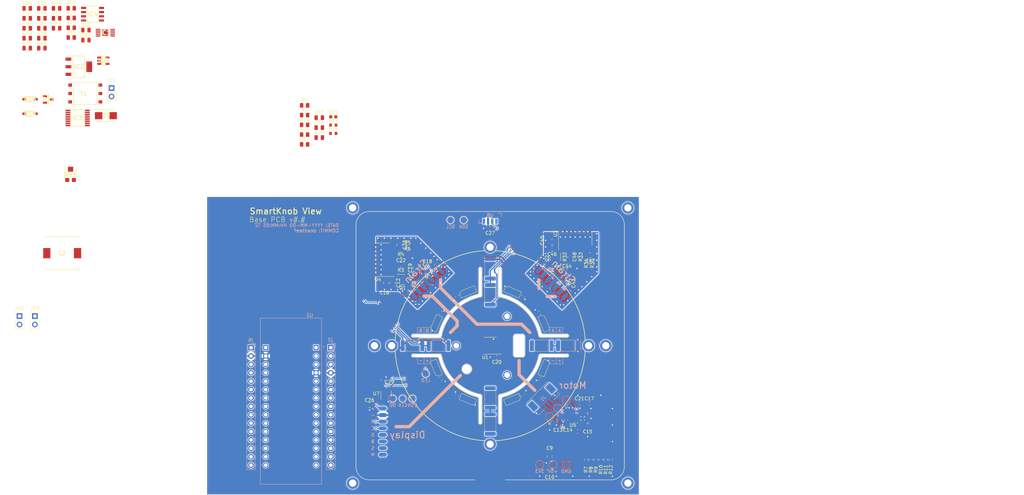
<source format=kicad_pcb>
(kicad_pcb (version 20221018) (generator pcbnew)
  (layers (0 "F.Cu" signal) (31 "B.Cu" signal) (34 "B.Paste" user) (35 "F.Paste" user) (36 "B.SilkS" user "B.Silkscreen") (37 "F.SilkS" user "F.Silkscreen") (38 "B.Mask" user) (39 "F.Mask" user) (44 "Edge.Cuts" user))
  (property "COMMIT_DATE_LONG" "YYYY-MM-DD HH:MM:SS TZ")
  (property "COMMIT_HASH" "deadbeef")
  (property "RELEASE_VERSION" "v#.#")
  (net 0 "")
  (net 1 "GND")
  (net 2 "+12V")
  (net 3 "Net-(U5-VCP)")
  (net 4 "/Strain_sensor_2/STRAIN_E+")
  (net 5 "Net-(U5-1V8OUT)")
  (net 6 "Net-(U4-VBG)")
  (net 7 "Net-(U4-INA+)")
  (net 8 "Net-(U4-INA-)")
  (net 9 "Net-(IC1-SS{slash}TR)")
  (net 10 "Net-(D9-K)")
  (net 11 "Net-(IC1-BOOT)")
  (net 12 "Net-(C33-Pad1)")
  (net 13 "Net-(IC1-COMP)")
  (net 14 "+5VP")
  (net 15 "GNDS")
  (net 16 "/Strain_sensor_1/STRAIN_E+")
  (net 17 "Net-(U3-INA+)")
  (net 18 "Net-(U3-INA-)")
  (net 19 "Net-(U3-VBG)")
  (net 20 "Net-(D1-DOUT)")
  (net 21 "Net-(D2-DOUT)")
  (net 22 "Net-(D3-DOUT)")
  (net 23 "Net-(D4-DOUT)")
  (net 24 "Net-(D5-DOUT)")
  (net 25 "Net-(D6-DOUT)")
  (net 26 "Net-(D7-DOUT)")
  (net 28 "Net-(D10-K)")
  (net 29 "Net-(D10-A)")
  (net 30 "Net-(D11-A)")
  (net 31 "/CANL")
  (net 32 "/CANH")
  (net 33 "/LED_DATA_5V")
  (net 34 "/LCD_CMD")
  (net 35 "/LCD_CS")
  (net 36 "/LCD_BACKLIGHT")
  (net 37 "Net-(D13-A)")
  (net 38 "Net-(D14-A)")
  (net 39 "/LCD_RST")
  (net 40 "Net-(IC1-EN)")
  (net 41 "Net-(IC1-RT{slash}CLK)")
  (net 42 "/MAG_CSN")
  (net 43 "Net-(IC1-VSENSE)")
  (net 45 "/TMC_UH")
  (net 46 "/TMC_VH")
  (net 47 "/TMC_WH")
  (net 48 "/TMC_UL")
  (net 49 "/TMC_WL")
  (net 50 "/TMC_VL")
  (net 51 "/TMC_DIAG")
  (net 52 "/LED_DATA_3V3")
  (net 54 "/PA9")
  (net 55 "GNDA")
  (net 56 "/PA10")
  (net 66 "/stm32.CAN_TD")
  (net 67 "/stm32.CAN_RD")
  (net 68 "Net-(IC5-D1)")
  (net 69 "Net-(IC5-D2)")
  (net 70 "Net-(J1-Pin_3)")
  (net 71 "Net-(J1-Pin_2)")
  (net 72 "Net-(J1-Pin_1)")
  (net 73 "/NRST_CN3")
  (net 74 "/PB0")
  (net 75 "/PB7")
  (net 76 "/PB6")
  (net 77 "/PB1")
  (net 78 "/PC14")
  (net 79 "/PC15")
  (net 80 "/PA8")
  (net 81 "/PB5")
  (net 82 "/PB4")
  (net 83 "/Strain_sensor_2/STRAIN_S+")
  (net 84 "/Strain_sensor_2/STRAIN_S-")
  (net 85 "/NRST_CN4")
  (net 86 "/PA2")
  (net 87 "/PA7")
  (net 88 "/PA6")
  (net 89 "+5V")
  (net 90 "+3V3")
  (net 91 "/PA5")
  (net 92 "/PA4")
  (net 93 "/PA3")
  (net 94 "/PA1")
  (net 95 "/PA0")
  (net 96 "/AREF")
  (net 97 "/PB3")
  (net 98 "/Strain_sensor_1/STRAIN_S+")
  (net 99 "/Strain_sensor_1/STRAIN_S-")
  (net 100 "Net-(JP1-B)")
  (net 101 "Net-(Q1-C)")
  (net 102 "Net-(Q2-C)")
  (net 103 "Net-(Q1-B)")
  (net 104 "Net-(Q2-B)")
  (net 105 "Net-(U4-VFB)")
  (net 106 "Net-(U3-VFB)")
  (net 110 "/STRAIN_DO_1")
  (net 111 "/STRAIN_SCK_1")
  (net 113 "/STRAIN_SCK_2")
  (net 114 "/STRAIN_DO_2")
  (net 117 "/VIN")
  (net 118 "Net-(R22-Pad1)")
  (footprint "Capacitor_SMD:C_0603_1608Metric" (layer "F.Cu") (at 152.52214 121.698488 56.2)
    (fp_text reference "C2" hide)
    (fp_text value "0.1uF")
  )
  (footprint "Holes:MountingHole_M1.6" (layer "F.Cu") (at 167.647567 97.853988)
    (fp_text reference "H3" hide)
    (fp_text value "MotorHole")
  )
  (footprint "Holes:MountingHole_M1.6" (layer "F.Cu") (at 167.647567 115.608987)
    (fp_text reference "H1" hide)
    (fp_text value "MotorHole")
  )
  (footprint "Holes:MountingHole_M1.6" (layer "F.Cu") (at 152.271286 106.731488)
    (fp_text reference "H2" hide)
    (fp_text value "MotorHole")
  )
  (footprint "Holes:MountingHole_2.2mm_M2_ISO7380_Pad_NonVirtual" (layer "F.Cu") (at 162.52214 136.531488)
    (fp_text reference "H4" hide)
    (fp_text value "MountHole")
  )
  (footprint "Holes:MountingHole_2.2mm_M2_ISO7380_Pad_NonVirtual" (layer "F.Cu") (at 132.72214 106.731488)
    (fp_text reference "H5" hide)
    (fp_text value "MountHole")
  )
  (footprint "Holes:MountingHole_2.2mm_M2_ISO7380_Pad_NonVirtual" (layer "F.Cu") (at 162.52214 76.931488)
    (fp_text reference "H6" hide)
    (fp_text value "MountHole")
  )
  (footprint "sk6812:SK6812-SIDE-A" (layer "F.Cu") (at 154.257476 121.979539 -22.5)
    (fp_text reference "D2" hide)
    (fp_text value "SK6812SIDE-A")
  )
  (footprint "Holes:MountingHole_2.2mm_M2_ISO7380_Pad_NonVirtual" (layer "F.Cu") (at 192.32214 106.731488)
    (fp_text reference "H7" hide)
    (fp_text value "MountHole")
  )
  (footprint "Capacitor_SMD:C_0603_1608Metric" (layer "F.Cu") (at 147.55514 116.731488 33.7)
    (fp_text reference "C1" hide)
    (fp_text value "0.1uF")
  )
  (footprint "sk6812:SK6812-SIDE-A" (layer "F.Cu") (at 145.89614 111.669488 -67.5)
    (fp_text reference "D1" hide)
    (fp_text value "SK6812SIDE-A")
  )
  (footprint "Capacitor_SMD:C_0805_2012Metric" (layer "F.Cu") (at 183.52214 129.231488 -90)
    (fp_text reference "C13")
    (fp_text value "22uF")
  )
  (footprint "Capacitor_SMD:C_0603_1608Metric" (layer "F.Cu") (at 185.52214 129.231488 -90)
    (fp_text reference "C14")
    (fp_text value "0.1uF")
  )
  (footprint "Capacitor_SMD:C_0603_1608Metric" (layer "F.Cu") (at 189.02214 132.731488)
    (fp_text reference "C15")
    (fp_text value "0.1uF")
  )
  (footprint "Capacitor_SMD:C_0805_2012Metric" (layer "F.Cu") (at 131.02214 87.731488 -90)
    (fp_text reference "C16")
    (fp_text value "10uF")
  )
  (footprint "Capacitor_SMD:C_0603_1608Metric" (layer "F.Cu") (at 192.52214 124.231488)
    (fp_text reference "C17")
    (fp_text value "0.1uF")
  )
  (footprint "Capacitor_SMD:C_0805_2012Metric" (layer "F.Cu") (at 142.02214 83.231488 90)
    (fp_text reference "C18")
    (fp_text value "10uF")
  )
  (footprint "Capacitor_SMD:C_0805_2012Metric" (layer "F.Cu") (at 135.52214 79.231488 180)
    (fp_text reference "C22")
    (fp_text value "0.1uF")
  )
  (footprint "Package_TO_SOT_SMD:SOT-23" (layer "F.Cu") (at 136.02214 86.731488)
    (fp_text reference "Q1")
    (fp_text value "MMBT4403")
  )
  (footprint "Resistor_SMD:R_0805_2012Metric" (layer "F.Cu") (at 135.52214 80.731488)
    (fp_text reference "R4")
    (fp_text value "8.2k")
  )
  (footprint "Resistor_SMD:R_0805_2012Metric" (layer "F.Cu") (at 137.52214 77.231488)
    (fp_text reference "R5")
    (fp_text value "100")
  )
  (footprint "Capacitor_SMD:C_0805_2012Metric" (layer "F.Cu") (at 126.02214 124.731488 180)
    (fp_text reference "C26")
    (fp_text value "10uF")
  )
  (footprint "view_custom:ViewKeepouts3d" (layer "F.Cu") (at 162.52214 106.731488)
    (fp_text reference "Z5" hide)
    (fp_text value "dummy_keepouts")
  )
  (footprint "Capacitor_SMD:C_0805_2012Metric" (layer "F.Cu") (at 133.02214 87.731488 -90)
    (fp_text reference "C12")
    (fp_text value "0.1uF")
  )
  (footprint "Package_TO_SOT_SMD:SOT-23-5" (layer "F.Cu") (at 131.02214 121.231488 90)
    (fp_text reference "U7")
    (fp_text value "SN74LV1T34DBV")
  )
  (footprint "Capacitor_SMD:C_0603_1608Metric" (layer "F.Cu") (at 152.52214 91.764488 -56.3)
    (fp_text reference "C7" hide)
    (fp_text value "0.1uF")
  )
  (footprint "sk6812:SK6812-SIDE-A" (layer "F.Cu") (at 157.58414 90.105488 -157.5)
    (fp_text reference "D7" hide)
    (fp_text value "SK6812SIDE-A")
  )
  (footprint "sk6812:SK6812-SIDE-A" (layer "F.Cu") (at 147.274089 98.466824 -112.5)
    (fp_text reference "D8" hide)
    (fp_text value "SK6812SIDE-A")
  )
  (footprint "Capacitor_SMD:C_0603_1608Metric" (layer "F.Cu") (at 147.55514 96.731488 -33.8)
    (fp_text reference "C8" hide)
    (fp_text value "0.1uF")
  )
  (footprint "Inductor_SMD:L_0805_2012Metric" (layer "F.Cu") (at 138.27214 83.231488 -90)
    (fp_text reference "L1")
    (fp_text value "3.3uH")
  )
  (footprint "Modified:QFN-20-1EP_3x3mm_P0.4mm_EP1.65x1.65mm_ThermalVias_LargerViaHoles" (layer "F.Cu") (at 190.52214 128.731488 90)
    (fp_text reference "U5")
    (fp_text value "TMC6300")
  )
  (footprint "Capacitor_SMD:C_0603_1608Metric" (layer "F.Cu") (at 162.52214 71.231488 180)
    (fp_text reference "C27")
    (fp_text value "0.1uF")
  )
  (footprint "Capacitor_SMD:C_0603_1608Metric" (layer "F.Cu") (at 189.52214 124.231488 180)
    (fp_text reference "C21")
    (fp_text value "0.1uF")
  )
  (footprint "Package_SO:SOIC-8_3.9x4.9mm_P1.27mm" (layer "F.Cu") (at 162.52214 106.731488 180)
    (fp_text reference "U1")
    (fp_text value "MT6701-CT")
  )
  (footprint "Capacitor_SMD:C_0603_1608Metric" (layer "F.Cu") (at 164.52214 110.231488 180)
    (fp_text reference "C20")
    (fp_text value "0.1uF")
  )
  (footprint "Capacitor_SMD:C_0603_1608Metric" (layer "F.Cu") (at 130.02214 117.231488 90)
    (fp_text reference "C29")
    (fp_text value "0.1uF")
  )
  (footprint "Package_SO:SOIC-16_3.9x9.9mm_P1.27mm" (layer "F.Cu") (at 130.02214 80.731488 180)
    (fp_text reference "U4")
    (fp_text value "HX711")
  )
  (footprint "Resistor_SMD:R_0805_2012Metric" (layer "F.Cu") (at 137.52214 75.731488 180)
    (fp_text reference "R6")
    (fp_text value "100")
  )
  (footprint "Capacitor_SMD:C_0805_2012Metric" (layer "F.Cu") (at 140.02214 83.231488 90)
    (fp_text reference "C19")
    (fp_text value "0.1uF")
  )
  (footprint "Resistor_SMD:R_0805_2012Metric" (layer "F.Cu") (at 135.52214 82.231488 180)
    (fp_text reference "R3")
    (fp_text value "10k")
  )
  (footprint "Capacitor_SMD:C_0805_2012Metric" (layer "F.Cu") (at 135.02214 76.231488 -90)
    (fp_text reference "C23")
    (fp_text value "0.1uF")
  )
  (footprint "Resistor_SMD:R_0603_1608Metric" (layer "F.Cu") (at 191.52214 141.231488 -90)
    (fp_text reference "R7")
    (fp_text value "10k")
  )
  (footprint "Resistor_SMD:R_0603_1608Metric" (layer "F.Cu") (at 193.02214 141.231488 -90)
    (fp_text reference "R8")
    (fp_text value "10k")
  )
  (footprint "Resistor_SMD:R_0603_1608Metric" (layer "F.Cu") (at 199.02214 141.231488 -90)
    (fp_text reference "R12")
    (fp_text value "10k")
  )
  (footprint "Resistor_SMD:R_0603_1608Metric" (layer "F.Cu") (at 194.52214 141.231488 -90)
    (fp_text reference "R9")
    (fp_text value "10k")
  )
  (footprint "Resistor_SMD:R_0603_1608Metric" (layer "F.Cu") (at 196.02214 141.231488 -90)
    (fp_text reference "R10")
    (fp_text value "10k")
  )
  (footprint "Resistor_SMD:R_0603_1608Metric" (layer "F.Cu") (at 197.52214 141.231488 -90)
    (fp_text reference "R11")
    (fp_text value "10k")
  )
  (footprint "Capacitor_SMD:C_0805_2012Metric" (layer "F.Cu") (at 180.52214 144.231488 90)
    (fp_text reference "C10")
    (fp_text value "100nF")
  )
  (footprint "Capacitor_SMD:C_0805_2012Metric" (layer "F.Cu") (at 180.52214 140.231488 -90)
    (fp_text reference "C9")
    (fp_text value "10uF/50V")
  )
  (footprint "Holes:MountingHole_2.2mm_M2_ISO7380_Pad_NonVirtual" (layer "F.Cu") (at 197.52214 106.731488)
    (fp_text reference "H8" hide)
    (fp_text value "AlignmentHole")
  )
  (footprint "Holes:MountingHole_2.2mm_M2_ISO7380_Pad_NonVirtual" (layer "F.Cu") (at 127.52214 106.731488)
    (fp_text reference "H9" hide)
    (fp_text value "AlignmentHole")
  )
  (footprint "Holes:MountingHole_2.2mm_M2_ISO7380_Pad_NonVirtual" (layer "F.Cu") (at 204.2 148.32)
    (fp_text reference "H13" hide)
    (fp_text value "MountHole")
  )
  (footprint "Capacitor_SMD:C_0805_2012Metric" (layer "F.Cu") (at 22.427 13.69)
    (fp_text reference "C33")
    (fp_text value "3nF")
  )
  (footprint "SamacSys_Parts:760390015" (layer "F.Cu") (at 40.00494 30.42)
    (fp_text reference "T1")
    (fp_text value "760390014" hide)
  )
  (footprint "BOM_Only:bom_only_no_pin" (layer "F.Cu") (at 314.96 21.7035)
    (fp_text reference "Z7")
    (fp_text value "RotorScrew (BOM-only)")
  )
  (footprint "Capacitor_SMD:C_0805_2012Metric" (layer "F.Cu") (at 110.815 40.745)
    (fp_text reference "C24")
    (fp_text value "10uF")
  )
  (footprint "BOM_Only:bom_only_no_pin" (layer "F.Cu") (at 314.96 25.4)
    (fp_text reference "Z8")
    (fp_text value "RotorScrew (BOM-only)")
  )
  (footprint "SamacSys_Parts:SOT95P280X145-5N" (layer "F.Cu") (at 45.477 20.505)
    (fp_text reference "IC5")
    (fp_text value "SN6501QDBVRQ1" hide)
  )
  (footprint "Resistor_SMD:R_0603_1608Metric" (layer "F.Cu") (at 115.045 42.505)
    (fp_text reference "R14")
    (fp_text value "2.2k")
  )
  (footprint "SamacSys_Parts:SOT230P700X180-4N" (layer "F.Cu") (at 38.052 22.33)
    (fp_text reference "IC2")
    (fp_text value "MCP1826ST-3302E_DB" hide)
  )
  (footprint "Capacitor_SMD:C_0805_2012Metric" (layer "F.Cu") (at 26.877 10.68)
    (fp_text reference "C37")
    (fp_text value "47uF")
  )
  (footprint "Resistor_SMD:R_0805_2012Metric" (layer "F.Cu") (at 106.385 34.015)
    (fp_text reference "R1")
    (fp_text value "105k")
  )
  (footprint "Capacitor_SMD:C_0805_2012Metric" (layer "F.Cu") (at 189.77 79.86 90)
    (fp_text reference "C48")
    (fp_text value "0.1uF")
  )
  (footprint "Capacitor_SMD:C_0603_1608Metric" (layer "F.Cu") (at 177.48914 96.731488 -146.3)
    (fp_text reference "C5" hide)
    (fp_text value "0.1uF")
  )
  (footprint "Connector_PinHeader_2.54mm:PinHeader_1x02_P2.54mm_Vertical" (layer "F.Cu") (at 24.765 97.785)
    (fp_text reference "JP3")
    (fp_text value "Jumper_2_Open")
  )
  (footprint "sk6812:SK6812-SIDE-A" (layer "F.Cu") (at 179.14814 101.793488 112.5)
    (fp_text reference "D5" hide)
    (fp_text value "SK6812SIDE-A")
  )
  (footprint "Inductor_SMD:L_0805_2012Metric" (layer "F.Cu") (at 185.77 82.61 180)
    (fp_text reference "L3")
    (fp_text value "3.3uH")
  )
  (footprint "Capacitor_SMD:C_0805_2012Metric" (layer "F.Cu") (at 185.77 86.36)
    (fp_text reference "C43")
    (fp_text value "10uF")
  )
  (footprint "Capacitor_SMD:C_0805_2012Metric" (layer "F.Cu") (at 26.877 4.66)
    (fp_text reference "C35")
    (fp_text value "47uF")
  )
  (footprint "SamacSys_Parts:SOIC127P600X175-8N" (layer "F.Cu") (at 42.212 6.43)
    (fp_text reference "IC4")
    (fp_text value "ISO1044BDR" hide)
  )
  (footprint "Resistor_SMD:R_0805_2012Metric" (layer "F.Cu") (at 35.757 10.53)
    (fp_text reference "R24")
    (fp_text value "1k")
  )
  (footprint "Capacitor_SMD:C_0805_2012Metric" (layer "F.Cu") (at 22.427 10.68)
    (fp_text reference "C32")
    (fp_text value "100nF")
  )
  (footprint "Capacitor_SMD:C_0603_1608Metric" (layer "F.Cu") (at 115.045 37.485)
    (fp_text reference "C25")
    (fp_text value "0.1uF")
  )
  (footprint "Resistor_SMD:R_0805_2012Metric" (layer "F.Cu") (at 106.385 36.965)
    (fp_text reference "R2")
    (fp_text value "12k1")
  )
  (footprint "Resistor_SMD:R_0805_2012Metric" (layer "F.Cu") (at 188.27 79.86 -90)
    (fp_text reference "R33")
    (fp_text value "8.2k")
  )
  (footprint "BOM_Only:bom_only_no_pin" (layer "F.Cu") (at 309.959999 32.777)
    (fp_text reference "Z10")
    (fp_text value "BLDCMotor")
  )
  (footprint "Resistor_SMD:R_0603_1608Metric" (layer "F.Cu") (at 115.045 39.995)
    (fp_text reference "R13")
    (fp_text value "2.2k")
  )
  (footprint "Capacitor_SMD:C_0805_2012Metric" (layer "F.Cu") (at 185.77 84.36)
    (fp_text reference "C44")
    (fp_text value "0.1uF")
  )
  (footprint "Resistor_SMD:R_0805_2012Metric" (layer "F.Cu") (at 106.385 39.915)
    (fp_text reference "R15")
    (fp_text value "249k")
  )
  (footprint "Capacitor_SMD:C_0603_1608Metric" (layer "F.Cu") (at 172.52214 121.698488 123.7)
    (fp_text reference "C3" hide)
    (fp_text value "0.1uF")
  )
  (footprint "Capacitor_SMD:C_0805_2012Metric" (layer "F.Cu") (at 110.815 37.735)
    (fp_text reference "C11")
    (fp_text value "10nF")
  )
  (footprint "Holes:MountingHole_2.2mm_M2_ISO7380_Pad_NonVirtual" (layer "F.Cu") (at 120.92 148.32)
    (fp_text reference "H12" hide)
    (fp_text value "MountHole")
  )
  (footprint "Capacitor_SMD:C_0805_2012Metric" (layer "F.Cu") (at 26.877 16.7)
    (fp_text reference "C39")
    (fp_text value "4.7u")
  )
  (footprint "SamacSys_Parts:TC33X2503E" (layer "F.Cu") (at 35.56 54.89)
    (fp_text reference "RV1")
    (fp_text value "5k" hide)
  )
  (footprint "Package_TO_SOT_SMD:SOT-23" (layer "F.Cu") (at 182.27 80.36 -90)
    (fp_text reference "Q2")
    (fp_text value "MMBT4403")
  )
  (footprint "Capacitor_SMD:C_0805_2012Metric" (layer "F.Cu") (at 22.427 4.66)
    (fp_text reference "C30")
    (fp_text value "100nF")
  )
  (footprint "SamacSys_Parts:INDPM102100X400N" (layer "F.Cu") (at 33.02 78.74)
    (fp_text reference "L2")
    (fp_text value "10uH" hide)
  )
  (footprint "SamacSys_Parts:SOP65P640X120-16N" (layer "F.Cu") (at 37.702 37.835)
    (fp_text reference "IC3")
    (fp_text value "TCA9534APWR" hide)
  )
  (footprint "Capacitor_SMD:C_0603_1608Metric" (layer "F.Cu") (at 172.52214 91.764488 -123.8)
    (fp_text reference "C6" hide)
    (fp_text value "0.1uF")
  )
  (footprint "Package_SO:SOIC-16_3.9x9.9mm_P1.27mm" (layer "F.Cu") (at 188.27 74.36 90)
    (fp_text reference "U3")
    (fp_text value "HX711")
  )
  (footprint "Capacitor_SMD:C_0805_2012Metric" (layer "F.Cu") (at 31.327 10.68)
    (fp_text reference "C42")
    (fp_text value "50/1uF")
  )
  (footprint "Capacitor_SMD:C_0805_2012Metric" (layer "F.Cu") (at 31.327 7.67)
    (fp_text reference "C41")
    (fp_text value "100nF")
  )
  (footprint "Resistor_SMD:R_0805_2012Metric" (layer "F.Cu") (at 35.757 7.58)
    (fp_text reference "R23")
    (fp_text value "10k")
  )
  (footprint "Diode_SMD:D_0805_2012Metric" (layer "F.Cu") (at 40.207 11.225)
    (fp_text reference "D10")
    (fp_text value "Green")
  )
  (footprint "sk6812:SK6812-SIDE-A" (layer "F.Cu") (at 170.786804 91.483437 157.5)
    (fp_text reference "D6" hide)
    (fp_text value "SK6812SIDE-A")
  )
  (footprint "Resistor_SMD:R_0805_2012Metric" (layer "F.Cu") (at 191.77 81.86 -90)
    (fp_text reference "R30")
    (fp_text value "100")
  )
  (footprint "Resistor_SMD:R_0805_2012Metric" (layer "F.Cu") (at 106.385 42.865)
    (fp_text reference "R16")
    (fp_text value "10k")
  )
  (footprint "SamacSys_Parts:DIOM5336X250N" (layer "F.Cu") (at 46.252 37.13)
    (fp_text reference "D9")
    (fp_text value "B360B-13-F" hide)
  )
  (footprint "Capacitor_SMD:C_0805_2012Metric" (layer "F.Cu") (at 22.427 16.7)
    (fp_text reference "C34")
    (fp_text value "8.2pF")
  )
  (footprint "Connector_PinHeader_2.54mm:PinHeader_1x02_P2.54mm_Vertical" (layer "F.Cu") (at 47.957 28.78)
    (fp_text reference "JP1")
    (fp_text value "~")
  )
  (footprint "Connector_PinHeader_2.54mm:PinHeader_1x02_P2.54mm_Vertical" (layer "F.Cu") (at 20.115 97.785)
    (fp_text reference "JP2")
    (fp_text value "Jumper_2_Open")
  )
  (footprint "Capacitor_SMD:C_0805_2012Metric" (layer "F.Cu") (at 181.27 75.36 180)
    (fp_text reference "C45")
    (fp_text value "10uF")
  )
  (footprint "Resistor_SMD:R_0805_2012Metric" (layer "F.Cu") (at 35.757 4.63)
    (fp_text reference "R22")
    (fp_text value "~50k")
  )
  (footprint "sk6812:SK6812-SIDE-A" (layer "F.Cu") (at 177.770191 114.996152 67.5)
    (fp_text reference "D4" hide)
    (fp_text value "SK6812SIDE-A")
  )
  (footprint "SamacSys_Parts:SOD3716X135N" (layer "F.Cu") (at 23.302 36.555)
    (fp_text reference "D14")
    (fp_text value "MBR0520L-TP" hide)
  )
  (footprint "BOM_Only:bom_only_no_pin" (layer "F.Cu") (at 314.96 18.007)
    (fp_text reference "Z6")
    (fp_text value "RotorScrew (BOM-only)")
  )
  (footprint "Capacitor_SMD:C_0805_2012Metric" (layer "F.Cu") (at 110.815 43.755)
    (fp_text reference "C28")
    (fp_text value "3nF")
  )
  (footprint "Holes:MountingHole_2.2mm_M2_ISO7380_Pad_NonVirtual" (layer "F.Cu") (at 120.92 65.04)
    (fp_text reference "H10" hide)
    (fp_text value "MountHole")
  )
  (footprint "Resistor_SMD:R_0805_2012Metric" (layer "F.Cu") (at 106.385 45.815)
    (fp_text reference "R17")
    (fp_text value "36k5")
  )
  (footprint "Capacitor_SMD:C_0603_1608Metric" (layer "F.Cu") (at 177.48914 116.731488 146.2)
    (fp_text reference "C4" hide)
    (fp_text value "0.1uF")
  )
  (footprint "Capacitor_SMD:C_0805_2012Metric" (layer "F.Cu") (at 31.327 4.66)
    (fp_text reference "C40")
    (fp_text value "50/1uF")
  )
  (footprint "Diode_SMD:D_0805_2012Metric" (layer "F.Cu") (at 40.207 14.265)
    (fp_text reference "D11")
    (fp_text value "Red")
  )
  (footprint "Capacitor_SMD:C_0805_2012Metric" (layer "F.Cu") (at 26.877 7.67)
    (fp_text reference "C36")
    (fp_text value "47uF")
  )
  (footprint "BOM_Only:bom_only_no_pin" (layer "F.Cu") (at 313.198094 29.087)
    (fp_text reference "Z9")
    (fp_text value "WatchGlass39.5mm")
  )
  (footprint "Capacitor_SMD:C_0805_2012Metric" (layer "F.Cu") (at 26.877 13.69)
    (fp_text reference "C38")
    (fp_text value "100nF")
  )
  (footprint "sk6812:SK6812-SIDE-A" (layer "F.Cu") (at 167.46014 123.357488 22.5)
    (fp_text reference "D3" hide)
    (fp_text value "SK6812SIDE-A")
  )
  (footprint "Capacitor_SMD:C_0805_2012Metric" (layer "F.Cu") (at 181.27 77.36 180)
    (fp_text reference "C46")
    (fp_text value "0.1uF")
  )
  (footprint "SamacSys_Parts:SOP50P490X110-11N" (layer "F.Cu") (at 46.087 12.03)
    (fp_text reference "IC1")
    (fp_text value "TPS54240DGQR" hide)
  )
  (footprint "Resistor_SMD:R_0805_2012Metric" (layer "F.Cu") (at 186.77 79.86 90)
    (fp_text reference "R32")
    (fp_text value "10k")
  )
  (footprint "SamacSys_Parts:SOD3716X135N" (layer "F.Cu") (at 23.302 32.155)
    (fp_text reference "D13")
    (fp_text value "MBR0520L-TP" hide)
  )
  (footprint "Resistor_SMD:R_0805_2012Metric" (layer "F.Cu") (at 193.27 81.86 90)
    (fp_text reference "R31")
    (fp_text value "100")
  )
  (footprint "Capacitor_SMD:C_0805_2012Metric" (layer "F.Cu") (at 22.427 7.67)
    (fp_text reference "C31")
    (fp_text value "10nF")
  )
  (footprint "Holes:MountingHole_2.2mm_M2_ISO7380_Pad_NonVirtual" (layer "F.Cu") (at 204.2 65.04)
    (fp_text reference "H11" hide)
    (fp_text value "MountHole")
  )
  (footprint "SamacSys_Parts:SOT95P237X115-3N" (layer "F.Cu") (at 28.852 32.25)
    (fp_text reference "D12")
    (fp_text value "SP712-02HTG" hide)
  )
  (footprint "Capacitor_SMD:C_0805_2012Metric" (layer "F.Cu") (at 192.77 79.36 180)
    (fp_text reference "C47")
    (fp_text value "0.1uF")
  )
  (footprint "Resistor_SMD:R_0805_2012Metric" (layer "F.Cu") (at 35.757 13.48)
    (fp_text reference "R25")
    (fp_text value "120")
  )
  (footprint "Connector_PinHeader_2.54mm:PinHeader_1x15_P2.54mm_Vertical" (layer "B.Cu") (at 114.3 107.315 180)
    (fp_text reference "J2")
    (fp_text value "Conn_01x15")
  )
  (footprint "SolderPads:SolderPads_2mm_8" (layer "B.Cu") (at 130.02214 125.731488 -90)
    (fp_text reference "J3" hide)
    (fp_text value "LCD")
  )
  (footprint "SolderPads:SolderPads_2mm_3_STRAIN" (layer "B.Cu") (at 144.693713 86.731488 45)
    (fp_text reference "J4" hide)
    (fp_text value "A")
  )
  (footprint "VEML7700:VEML7700-TOP" (layer "B.Cu") (at 162.52214 67.731488 180)
    (fp_text reference "U8")
    (fp_text value "VEML7700")
  )
  (footprint "SolderPads:SolderPads_2mm_3_STRAIN" (layer "B.Cu") (at 139.52214 91.731488 45)
    (fp_text reference "J5" hide)
    (fp_text value "B")
  )
  (footprint "Molex:532610371" (layer "B.Cu") (at 179.33814 125.315488 45)
    (fp_text reference "J1")
    (fp_text value "BLDC")
  )
  (footprint "Modified:TestPoint_Pad_D2.0mm_ValueSilk" (layer "B.Cu") (at 177.52214 142.731488)
    (fp_text reference "TP1" hide)
    (fp_text value "3V3" hide)
  )
  (footprint "Modified:TestPoint_Pad_D2.0mm_ValueSilk" (layer "B.Cu") (at 185.52214 142.731488)
    (fp_text reference "TP2" hide)
    (fp_text value "GND" hide)
  )
  (footprint "Modified:TestPoint_Pad_D2.0mm_ValueSilk" (layer "B.Cu") (at 181.52214 142.731488)
    (fp_text reference "TP3" hide)
    (fp_text value "+5V" hide)
  )
  (footprint "Modified:TestPoint_Pad_D2.0mm_ValueSilk" (layer "B.Cu") (at 154.52214 68.731488)
    (fp_text reference "TP4" hide)
    (fp_text value "SDA" hide)
  )
  (footprint "Modified:TestPoint_Pad_D2.0mm_ValueSilk" (layer "B.Cu") (at 150.52214 68.731488)
    (fp_text reference "TP5" hide)
    (fp_text value "SCL" hide)
  )
  (footprint "Modified:TestPoint_Pad_D2.0mm_ValueSilk" (layer "B.Cu") (at 185.52214 123.231488)
    (fp_text reference "TP6" hide)
    (fp_text value "U" hide)
  )
  (footprint "Modified:TestPoint_Pad_D2.0mm_ValueSilk" (layer "B.Cu") (at 183.02214 125.731488)
    (fp_text reference "TP7" hide)
    (fp_text value "V" hide)
  )
  (footprint "Modified:TestPoint_Pad_D2.0mm_ValueSilk" (layer "B.Cu") (at 180.52214 128.231488)
    (fp_text reference "TP8" hide)
    (fp_text value "W" hide)
  )
  (footprint "Modified:TestPoint_Pad_D2.0mm_ValueSilk" (layer "B.Cu") (at 139.02214 122.731488)
    (fp_text reference "TP9" hide)
    (fp_text value "CSN" hide)
  )
  (footprint "Modified:TestPoint_Pad_D2.0mm_ValueSilk" (layer "B.Cu") (at 133.02214 122.731488)
    (fp_text reference "TP11" hide)
    (fp_text value "DO" hide)
  )
  (footprint "Modified:TestPoint_Pad_D2.0mm_ValueSilk" (layer "B.Cu") (at 143.02214 115.231488)
    (fp_text reference "TP12" hide)
    (fp_text value "LED" hide)
  )
  (footprint "Modified:TestPoint_Pad_D2.0mm_ValueSilk" (layer "B.Cu") (at 136.02214 122.731488)
    (fp_text reference "TP10" hide)
    (fp_text value "CLK" hide)
  )
  (footprint "SolderPads:SolderPads_2mm_3_STRAIN" (layer "B.Cu") (at 182.27 89.031573 -45)
    (fp_text reference "J7" hide)
    (fp_text value "A")
  )
  (footprint "Resistor_SMD:R_2512_6332Metric" (layer "B.Cu") (at 186.02214 106.731488 180)
    (fp_text reference "R18" hide)
    (fp_text value "330")
  )
  (footprint "Resistor_SMD:R_2512_6332Metric" (layer "B.Cu") (at 162.56 130.455 90)
    (fp_text reference "R26" hide)
    (fp_text value "330")
  )
  (footprint "Resistor_SMD:R_2512_6332Metric" (layer "B.Cu") (at 162.56 122.555 90)
    (fp_text reference "R27" hide)
    (fp_text value "330")
  )
  (footprint "NetTie:NetTie-2_SMD_Pad0.5mm" (layer "B.Cu") (at 128.52214 90.331488 -90)
    (fp_text reference "NT1" hide)
    (fp_text value "NetTie_2")
  )
  (footprint "Resistor_SMD:R_2512_6332Metric" (layer "B.Cu") (at 139.02214 106.731488)
    (fp_text reference "R21" hide)
    (fp_text value "330")
  )
  (footprint "NetTie:NetTie-2_SMD_Pad0.5mm" (layer "B.Cu") (at 178.67 72.86 180)
    (fp_text reference "NT2" hide)
    (fp_text value "NetTie_2")
  )
  (footprint "Resistor_SMD:R_2512_6332Metric" (layer "B.Cu") (at 178.12214 106.731488 180)
    (fp_text reference "R19" hide)
    (fp_text value "330")
  )
  (footprint "NUCLEO-L432KC:MODULE_NUCLEO-L432KC" (layer "B.Cu") (at 102.235 123.53 180)
    (fp_text reference "U2")
    (fp_text value "NUCLEO-L432KC")
  )
  (footprint "Resistor_SMD:R_2512_6332Metric" (layer "B.Cu") (at 162.56 83.455 -90)
    (fp_text reference "R29" hide)
    (fp_text value "330")
  )
  (footprint "Connector_PinHeader_2.54mm:PinHeader_1x15_P2.54mm_Vertical" (layer "B.Cu") (at 90.17 107.315 180)
    (fp_text reference "J6")
    (fp_text value "Conn_01x15")
  )
  (footprint "Resistor_SMD:R_2512_6332Metric" (layer "B.Cu") (at 162.56 91.355 -90)
    (fp_text reference "R28" hide)
    (fp_text value "330")
  )
  (footprint "SolderPads:SolderPads_2mm_3_STRAIN" (layer "B.Cu") (at 177.27 83.86 -45)
    (fp_text reference "J8" hide)
    (fp_text value "B")
  )
  (footprint "Resistor_SMD:R_2512_6332Metric" (layer "B.Cu") (at 146.92214 106.731488)
    (fp_text reference "R20" hide)
    (fp_text value "330")
  )
  (gr_line (start 140.52214 103.031488) (end 140.52214 101.231488) (stroke (width 0.12)) (layer "B.SilkS"))
  (gr_line (start 140.52214 110.431488) (end 140.52214 112.231488) (stroke (width 0.12)) (layer "B.SilkS"))
  (gr_line (start 142.52214 103.031488) (end 142.52214 101.231488) (stroke (width 0.12)) (layer "B.SilkS"))
  (gr_line (start 144.52214 112.231488) (end 144.52214 110.431488) (stroke (width 0.12)) (layer "B.SilkS"))
  (gr_line (start 140.52214 112.231488) (end 144.52214 112.231488) (stroke (width 0.12)) (layer "B.SilkS"))
  (gr_line (start 140.52214 101.231488) (end 144.52214 101.231488) (stroke (width 0.12)) (layer "B.SilkS"))
  (gr_line (start 144.52214 101.231488) (end 144.52214 103.031488) (stroke (width 0.12)) (layer "B.SilkS"))
  (gr_line (start 142.52214 112.231488) (end 142.52214 110.431488) (stroke (width 0.12)) (layer "B.SilkS"))
  (gr_line (start 152.52214 100.731488) (end 152.52214 99.231488) (stroke (width 1)) (layer "B.SilkS"))
  (gr_line (start 158.52214 100.231488) (end 147.52214 89.231488) (stroke (width 1)) (layer "B.SilkS"))
  (gr_line (start 138.02214 131.231488) (end 134.02214 131.231488) (stroke (width 1)) (layer "B.SilkS"))
  (gr_line (start 180.52214 103.031488) (end 180.52214 101.231488) (stroke (width 0.12)) (layer "B.SilkS"))
  (gr_line (start 180.52214 101.231488) (end 184.52214 101.231488) (stroke (width 0.12)) (layer "B.SilkS"))
  (gr_line (start 150.52214 102.731488) (end 152.52214 100.731488) (stroke (width 1)) (layer "B.SilkS"))
  (gr_line (start 184.52214 101.231488) (end 184.52214 103.031488) (stroke (width 0.12)) (layer "B.SilkS"))
  (gr_line (start 172.02214 100.231488) (end 158.52214 100.231488) (stroke (width 1)) (layer "B.SilkS"))
  (gr_line (start 152.52214 99.231488) (end 145.02214 91.731488) (stroke (width 1)) (layer "B.SilkS"))
  (gr_line (start 174.52214 102.731488) (end 172.02214 100.231488) (stroke (width 1)) (layer "B.SilkS"))
  (gr_line (start 171.27214 111.231488) (end 171.27214 115.481488) (stroke (width 1)) (layer "B.SilkS"))
  (gr_line (start 179.77 91.86) (end 182.27 91.86) (stroke (width 1)) (layer "B.SilkS"))
  (gr_line (start 182.52214 103.031488) (end 182.52214 101.231488) (stroke (width 0.12)) (layer "B.SilkS"))
  (gr_line (start 171.27214 115.481488) (end 176.02214 120.231488) (stroke (width 1)) (layer "B.SilkS"))
  (gr_line (start 180.52214 110.431488) (end 180.52214 112.231488) (stroke (width 0.12)) (layer "B.SilkS"))
  (gr_line (start 184.52214 112.231488) (end 184.52214 110.431488) (stroke (width 0.12)) (layer "B.SilkS"))
  (gr_line (start 147.52214 89.231488) (end 147.52214 86.731488) (stroke (width 1)) (layer "B.SilkS"))
  (gr_line (start 182.52214 112.231488) (end 182.52214 110.431488) (stroke (width 0.12)) (layer "B.SilkS"))
  (gr_line (start 153.52214 115.731488) (end 138.02214 131.231488) (stroke (width 1)) (layer "B.SilkS"))
  (gr_line (start 177.27 89.36) (end 177.27 86.86) (stroke (width 1)) (layer "B.SilkS"))
  (gr_line (start 145.02214 91.731488) (end 142.52214 91.731488) (stroke (width 1)) (layer "B.SilkS"))
  (gr_line (start 180.52214 112.231488) (end 184.52214 112.231488) (stroke (width 0.12)) (layer "B.SilkS"))
  (gr_arc (start 160.974293 135.489863) (mid 142.16428 127.102976) (end 133.764807 108.29858) (stroke (width 0.2)) (layer "F.SilkS"))
  (gr_arc (start 191.280515 108.279335) (mid 182.893628 127.089348) (end 164.089232 135.488821) (stroke (width 0.2)) (layer "F.SilkS"))
  (gr_arc (start 164.069987 77.973113) (mid 182.88 86.36) (end 191.279473 105.164396) (stroke (width 0.2)) (layer "F.SilkS"))
  (gr_arc (start 133.763765 105.183641) (mid 142.150652 86.373628) (end 160.955048 77.974155) (stroke (width 0.2)) (layer "F.SilkS"))
  (gr_line (start 147.315234 109.231487) (end 139.231941 109.231487) (stroke (width 0.2)) (layer "Edge.Cuts"))
  (gr_line (start 159.02214 122.739298) (end 159.02214 130.021687) (stroke (width 0.2)) (layer "Edge.Cuts"))
  (gr_line (start 160.02214 130.021687) (end 160.022141 121.938394) (stroke (width 0.2)) (layer "Edge.Cuts"))
  (gr_arc (start 166.022139 122.739298) (mid 166.12805 122.431564) (end 166.400927 122.254213) (stroke (width 0.2)) (layer "Edge.Cuts"))
  (gr_arc (start 160.02214 130.021687) (mid 159.52214 130.521687) (end 159.02214 130.021687) (stroke (width 0.2)) (layer "Edge.Cuts"))
  (gr_arc (start 177.2385 109.634714) (mid 173.128741 117.338089) (end 165.425365 121.447848) (stroke (width 0.2)) (layer "Edge.Cuts"))
  (gr_arc (start 177.238501 109.634714) (mid 177.411546 109.345235) (end 177.729046 109.231488) (stroke (width 0.2)) (layer "Edge.Cuts"))
  (gr_arc (start 178.044865 110.610276) (mid 173.835848 118.045197) (end 166.400927 122.254213) (stroke (width 0.2)) (layer "Edge.Cuts"))
  (gr_arc (start 173.022139 109.481488) (mid 172.802469 110.011818) (end 172.272139 110.231488) (stroke (width 0.2)) (layer "Edge.Cuts"))
  (gr_arc (start 178.044866 110.610275) (mid 178.222223 110.337407) (end 178.52995 110.231488) (stroke (width 0.2)) (layer "Edge.Cuts"))
  (gr_line (start 173.022139 109.481488) (end 173.022139 103.981489) (stroke (width 0.2)) (layer "Edge.Cuts"))
  (gr_arc (start 185.812339 103.231489) (mid 186.312339 103.731488) (end 185.812339 104.231489) (stroke (width 0.2)) (layer "Edge.Cuts"))
  (gr_arc (start 166.022139 130.021687) (mid 165.522139 130.521687) (end 165.022139 130.021687) (stroke (width 0.2)) (layer "Edge.Cuts"))
  (gr_line (start 166.022139 130.021687) (end 166.022139 122.739298) (stroke (width 0.2)) (layer "Edge.Cuts"))
  (gr_arc (start 172.272139 103.231489) (mid 172.802469 103.451159) (end 173.022139 103.981489) (stroke (width 0.2)) (layer "Edge.Cuts"))
  (gr_line (start 172.272139 103.231489) (end 170.272139 103.231489) (stroke (width 0.2)) (layer "Edge.Cuts"))
  (gr_arc (start 169.522139 103.981489) (mid 169.741808 103.451158) (end 170.272139 103.231489) (stroke (width 0.2)) (layer "Edge.Cuts"))
  (gr_line (start 169.522139 103.981489) (end 169.522139 109.481488) (stroke (width 0.2)) (layer "Edge.Cuts"))
  (gr_circle (center 155.451073 113.802555) (end 156.951073 113.802555) (stroke (width 0.2)) (fill none) (layer "Edge.Cuts"))
  (gr_line (start 178.52995 110.231488) (end 185.812339 110.231488) (stroke (width 0.2)) (layer "Edge.Cuts"))
  (gr_arc (start 170.272139 110.231488) (mid 169.74181 110.011818) (end 169.522139 109.481488) (stroke (width 0.2)) (layer "Edge.Cuts"))
  (gr_arc (start 165.425366 92.015128) (mid 173.128741 96.124887) (end 177.2385 103.828263) (stroke (width 0.2)) (layer "Edge.Cuts"))
  (gr_line (start 177.729046 104.231489) (end 185.812339 104.231489) (stroke (width 0.2)) (layer "Edge.Cuts"))
  (gr_arc (start 158.643352 122.254213) (mid 151.208431 118.045196) (end 146.999415 110.610275) (stroke (width 0.2)) (layer "Edge.Cuts"))
  (gr_arc (start 177.729046 104.23149) (mid 177.411541 104.117748) (end 177.2385 103.828263) (stroke (width 0.2)) (layer "Edge.Cuts"))
  (gr_arc (start 165.022138 121.938394) (mid 165.13588 121.620889) (end 165.425365 121.447848) (stroke (width 0.2)) (layer "Edge.Cuts"))
  (gr_arc (start 203.12214 143.331487) (mid 201.950567 146.159915) (end 199.12214 147.331487) (stroke (width 0.2)) (layer "Edge.Cuts"))
  (gr_line (start 185.812339 109.231488) (end 177.729046 109.231488) (stroke (width 0.2)) (layer "Edge.Cuts"))
  (gr_arc (start 139.231941 110.231487) (mid 138.731941 109.731488) (end 139.231941 109.231487) (stroke (width 0.2)) (layer "Edge.Cuts"))
  (gr_arc (start 159.618914 121.447848) (mid 151.915539 117.338089) (end 147.80578 109.634713) (stroke (width 0.2)) (layer "Edge.Cuts"))
  (gr_arc (start 146.51433 110.231487) (mid 146.822064 110.337398) (end 146.999415 110.610275) (stroke (width 0.2)) (layer "Edge.Cuts"))
  (gr_arc (start 159.618914 121.447848) (mid 159.908394 121.620894) (end 160.022141 121.938394) (stroke (width 0.2)) (layer "Edge.Cuts"))
  (gr_line (start 139.231941 110.231487) (end 146.51433 110.231487) (stroke (width 0.2)) (layer "Edge.Cuts"))
  (gr_line (start 165.022139 121.938394) (end 165.022139 130.021687) (stroke (width 0.2)) (layer "Edge.Cuts"))
  (gr_arc (start 147.315234 109.231486) (mid 147.632739 109.345228) (end 147.80578 109.634713) (stroke (width 0.2)) (layer "Edge.Cuts"))
  (gr_line (start 170.272139 110.231488) (end 172.272139 110.231488) (stroke (width 0.2)) (layer "Edge.Cuts"))
  (gr_arc (start 165.425366 92.015127) (mid 165.135887 91.842082) (end 165.02214 91.524582) (stroke (width 0.2)) (layer "Edge.Cuts"))
  (gr_line (start 185.812339 103.231489) (end 178.52995 103.231489) (stroke (width 0.2)) (layer "Edge.Cuts"))
  (gr_arc (start 185.812339 109.231488) (mid 186.31234 109.731488) (end 185.812339 110.231488) (stroke (width 0.2)) (layer "Edge.Cuts"))
  (gr_arc (start 158.643353 122.254214) (mid 158.916221 122.431571) (end 159.02214 122.739298) (stroke (width 0.2)) (layer "Edge.Cuts"))
  (gr_arc (start 121.922141 70.131488) (mid 123.093714 67.303061) (end 125.922141 66.131488) (stroke (width 0.2)) (layer "Edge.Cuts"))
  (gr_arc (start 199.12214 66.131488) (mid 201.950567 67.303061) (end 203.12214 70.131488) (stroke (width 0.2)) (layer "Edge.Cuts"))
  (gr_line (start 121.922141 143.331487) (end 121.922141 70.131488) (stroke (width 0.2)) (layer "Edge.Cuts"))
  (gr_line (start 199.12214 147.331487) (end 167.142139 147.331488) (stroke (width 0.2)) (layer "Edge.Cuts"))
  (gr_line (start 157.90214 147.331488) (end 125.922141 147.331487) (stroke (width 0.2)) (layer "Edge.Cuts"))
  (gr_arc (start 125.922141 147.331487) (mid 123.093714 146.159914) (end 121.922141 143.331487) (stroke (width 0.2)) (layer "Edge.Cuts"))
  (gr_line (start 203.12214 70.131488) (end 203.12214 143.331487) (stroke (width 0.2)) (layer "Edge.Cuts"))
  (gr_line (start 125.922141 66.131488) (end 199.12214 66.131488) (stroke (width 0.2)) (layer "Edge.Cuts"))
  (gr_arc (start 160.022142 91.524582) (mid 159.9084 91.842087) (end 159.618915 92.015128) (stroke (width 0.2)) (layer "Edge.Cuts"))
  (gr_arc (start 166.400928 91.208763) (mid 173.835849 95.41778) (end 178.044865 102.852701) (stroke (width 0.2)) (layer "Edge.Cuts"))
  (gr_arc (start 166.400927 91.208762) (mid 166.128059 91.031405) (end 166.02214 90.723678) (stroke (width 0.2)) (layer "Edge.Cuts"))
  (gr_arc (start 165.02214 83.441289) (mid 165.52214 82.941289) (end 166.02214 83.441289) (stroke (width 0.2)) (layer "Edge.Cuts"))
  (gr_line (start 146.51433 103.231488) (end 139.231941 103.231488) (stroke (width 0.2)) (layer "Edge.Cuts"))
  (gr_line (start 165.02214 83.441289) (end 165.02214 91.524582) (stroke (width 0.2)) (layer "Edge.Cuts"))
  (gr_arc (start 178.52995 103.231489) (mid 178.222216 103.125578) (end 178.044865 102.852701) (stroke (width 0.2)) (layer "Edge.Cuts"))
  (gr_arc (start 147.80578 103.828262) (mid 151.915539 96.124887) (end 159.618915 92.015128) (stroke (width 0.2)) (layer "Edge.Cuts"))
  (gr_line (start 159.022141 83.441289) (end 159.022141 90.723678) (stroke (width 0.2)) (layer "Edge.Cuts"))
  (gr_line (start 166.02214 90.723678) (end 166.02214 83.441289) (stroke (width 0.2)) (layer "Edge.Cuts"))
  (gr_line (start 139.231941 104.231488) (end 147.315234 104.231488) (stroke (width 0.2)) (layer "Edge.Cuts"))
  (gr_arc (start 159.022141 90.723678) (mid 158.91623 91.031412) (end 158.643353 91.208763) (stroke (width 0.2)) (layer "Edge.Cuts"))
  (gr_arc (start 146.999415 102.8527) (mid 151.208432 95.417779) (end 158.643353 91.208763) (stroke (width 0.2)) (layer "Edge.Cuts"))
  (gr_arc (start 139.231941 104.231488) (mid 138.73194 103.731488) (end 139.231941 103.231488) (stroke (width 0.2)) (layer "Edge.Cuts"))
  (gr_arc (start 147.805778 103.828263) (mid 147.632733 104.117741) (end 147.315234 104.231488) (stroke (width 0.2)) (layer "Edge.Cuts"))
  (gr_line (start 160.022141 91.524582) (end 160.022141 83.441289) (stroke (width 0.2)) (layer "Edge.Cuts"))
  (gr_arc (start 159.022141 83.441289) (mid 159.522141 82.941289) (end 160.022141 83.441289) (stroke (width 0.2)) (layer "Edge.Cuts"))
  (gr_arc (start 146.999414 102.852701) (mid 146.822057 103.125569) (end 146.51433 103.231488) (stroke (width 0.2)) (layer "Edge.Cuts"))
  (gr_text "B" (at 141.52214 102.231488) (layer "B.SilkS") (effects (font (size 1 1)) (justify mirror)))
  (gr_text "B" (at 143.52214 102.231488) (layer "B.SilkS") (effects (font (size 1 1)) (justify mirror)))
  (gr_text "-" (at 141.52214 111.231488) (layer "B.SilkS") (effects (font (size 1 1)) (justify mirror)))
  (gr_text "+" (at 143.52214 111.231488) (layer "B.SilkS") (effects (font (size 1 1)) (justify mirror)))
  (gr_text "Motor" (at 187.52214 118.731488) (layer "B.SilkS") (effects (font (size 2 2) (thickness 0.3)) (justify mirror)))
  (gr_text "Display" (at 137.52214 133.731488) (layer "B.SilkS") (effects (font (size 2 2) (thickness 0.3)) (justify mirror)))
  (gr_text "S" (at 127.02214 137.731488) (layer "B.SilkS") (effects (font (size 1 1)) (justify mirror)))
  (gr_text "C" (at 127.02214 131.731488) (layer "B.SilkS") (effects (font (size 1 1)) (justify mirror)))
  (gr_text "M" (at 127.02214 139.731488) (layer "B.SilkS") (effects (font (size 1 1)) (justify mirror)))
  (gr_text "DATE: ${COMMIT_DATE_LONG}\nCOMMIT: ${COMMIT_HASH}\n" (at 116.84 71.12) (layer "B.SilkS") (effects (font (size 1 1)) (justify left mirror)))
  (gr_text "Strain" (at 184.77 84.36 -45) (layer "B.SilkS") (effects (font (size 2 2) (thickness 0.3)) (justify mirror)))
  (gr_text "+" (at 183.52214 111.231488) (layer "B.SilkS") (effects (font (size 1 1)) (justify mirror)))
  (gr_text "A" (at 183.52214 102.231488) (layer "B.SilkS") (effects (font (size 1 1)) (justify mirror)))
  (gr_text "+" (at 127.02214 125.731488) (layer "B.SilkS") (effects (font (size 1 1)) (justify mirror)))
  (gr_text "R" (at 127.02214 129.731488) (layer "B.SilkS") (effects (font (size 1 1)) (justify mirror)))
  (gr_text "B" (at 127.02214 135.731488) (layer "B.SilkS") (effects (font (size 1 1)) (justify mirror)))
  (gr_text "A" (at 181.52214 102.231488) (layer "B.SilkS") (effects (font (size 1 1)) (justify mirror)))
  (gr_text "-" (at 181.52214 111.231488) (layer "B.SilkS") (effects (font (size 1 1)) (justify mirror)))
  (gr_text "D" (at 127.02214 133.731488) (layer "B.SilkS") (effects (font (size 1 1)) (justify mirror)))
  (gr_text "-" (at 127.02214 127.731488) (layer "B.SilkS") (effects (font (size 1 1)) (justify mirror)))
  (gr_text "Strain" (at 140.02214 84.231488 45) (layer "B.SilkS") (effects (font (size 2 2) (thickness 0.3)) (justify mirror)))
  (gr_text "Base PCB ${RELEASE_VERSION}" (at 106.68 68.58) (layer "F.SilkS") (effects (font (size 1.5 1.5) (thickness 0.12)) (justify right)))
  (gr_text "SmartKnob View" (at 111.76 66.04) (layer "F.SilkS") (effects (font (size 1.8 1.8) (thickness 0.3)) (justify right)))
  (segment (start 167.460838 89.170186) (end 167.02214 88.731488) (width 0.25) (layer "F.Cu") (net 1))
  (segment (start 176.845127 116.300359) (end 176.845127 116.908501) (width 0.25) (layer "F.Cu") (net 1))
  (segment (start 167.460838 90.105777) (end 167.460838 89.170186) (width 0.25) (layer "F.Cu") (net 1))
  (segment (start 176.845127 116.908501) (end 176.52214 117.231488) (width 0.25) (layer "F.Cu") (net 1))
  (segment (start 170.786106 121.979828) (end 171.166032 121.979828) (width 0.25) (layer "F.Cu") (net 1))
  (segment (start 171.166032 121.979828) (end 172.092136 121.053724) (width 0.25) (layer "F.Cu") (net 1))
  (segment (start 172.667229 121.053724) (end 173.350766 120.370187) (width 0.25) (layer "F.Cu") (net 1))
  (segment (start 172.092136 121.053724) (end 172.667229 121.053724) (width 0.25) (layer "F.Cu") (net 1))
  (segment (start 163.61714 104.826488) (end 163.52214 104.731488) (width 0.25) (layer "F.Cu") (net 1))
  (segment (start 163.74714 110.231488) (end 162.52214 110.231488) (width 0.25) (layer "F.Cu") (net 1))
  (segment (start 164.99714 104.826488) (end 163.61714 104.826488) (width 0.25) (layer "F.Cu") (net 1))
  (segment (start 125.07214 124.731488) (end 125.07214 125.281488) (width 0.65) (layer "F.Cu") (net 1))
  (segment (start 157.583442 123.357199) (end 157.583442 124.29279) (width 0.25) (layer "F.Cu") (net 1))
  (segment (start 152.377051 92.409252) (end 151.693514 93.092789) (width 0.25) (layer "F.Cu") (net 1))
  (segment (start 131.97214 123.456498) (end 131.69715 123.731488) (width 0.25) (layer "F.Cu") (net 1))
  (segment (start 152.345127 121.054475) (end 152.02214 120.731488) (width 0.25) (layer "F.Cu") (net 1))
  (segment (start 188.74714 124.231488) (end 188.72214 124.231488) (width 0.25) (layer "F.Cu") (net 1))
  (segment (start 179.147851 111.670186) (end 179.583442 111.670186) (width 0.25) (layer "F.Cu") (net 1))
  (segment (start 179.583442 111.670186) (end 180.02214 111.231488) (width 0.25) (layer "F.Cu") (net 1))
  (segment (start 176.844376 96.586399) (end 176.160839 95.902862) (width 0.25) (layer "F.Cu") (net 1))
  (segment (start 148.199904 116.876577) (end 148.883441 117.560114) (width 0.25) (layer "F.Cu") (net 1))
  (segment (start 157.583442 124.29279) (end 158.02214 124.731488) (width 0.25) (layer "F.Cu") (net 1))
  (segment (start 154.258174 91.483148) (end 153.878248 91.483148) (width 0.25) (layer "F.Cu") (net 1))
  (segment (start 148.199153 97.162617) (end 148.199153 96.554475) (width 0.25) (layer "F.Cu") (net 1))
  (segment (start 182.52214 130.731488) (end 182.97214 130.731488) (width 0.65) (layer "F.Cu") (net 1))
  (segment (start 177.77048 98.087596) (end 176.844376 97.161492) (width 0.25) (layer "F.Cu") (net 1))
  (segment (start 188.72214 124.231488) (end 187.42214 125.531488) (width 0.25) (layer "F.Cu") (net 1))
  (segment (start 152.952144 92.409252) (end 152.377051 92.409252) (width 0.25) (layer "F.Cu") (net 1))
  (segment (start 189.07214 129.531488) (end 186.54714 129.531488) (width 0.25) (layer "F.Cu") (net 1))
  (segment (start 147.2738 114.995454) (end 147.2738 115.37538) (width 0.25) (layer "F.Cu") (net 1))
  (segment (start 189.07214 127.931488) (end 189.07214 127.639714) (width 0.25) (layer "F.Cu") (net 1))
  (segment (start 190.12214 126.031488) (end 190.12214 127.281488) (width 0.15) (layer "F.Cu") (net 1))
  (segment (start 191.97214 128.331488) (end 192.62214 128.331488) (width 0.15) (layer "F.Cu") (net 1))
  (segment (start 176.844376 97.161492) (end 176.844376 96.586399) (width 0.25) (layer "F.Cu") (net 1))
  (segment (start 130.29714 116.456488) (end 130.52214 116.231488) (width 0.25) (layer "F.Cu") (net 1))
  (segment (start 130.52214 116.231488) (end 131.02214 116.231488) (width 0.25) (layer "F.Cu") (net 1))
  (segment (start 191.97214 128.731488) (end 193.02214 128.731488) (width 0.15) (layer "F.Cu") (net 1))
  (segment (start 145.896429 101.79279) (end 145.460838 101.79279) (width 0.25) (layer "F.Cu") (net 1))
  (segment (start 131.97214 121.831488) (end 131.97214 123.456498) (width 0.25) (layer "F.Cu") (net 1))
  (segment (start 189.07214 127.639714) (end 188.511282 127.078856) (width 0.25) (layer "F.Cu") (net 1))
  (segment (start 152.953269 121.054475) (end 152.345127 121.054475) (width 0.25) (layer "F.Cu") (net 1))
  (segment (start 177.77048 98.467522) (end 177.77048 98.087596) (width 0.25) (layer "F.Cu") (net 1))
  (segment (start 192.62214 128.331488) (end 193.02214 128.731488) (width 0.15) (layer "F.Cu") (net 1))
  (segment (start 193.29714 124.231488) (end 193.29714 125.456488) (width 0.25) (layer "F.Cu") (net 1))
  (segment (start 182.97214 130.731488) (end 183.52214 130.181488) (width 0.65) (layer "F.Cu") (net 1))
  (segment (start 161.74714 71.231488) (end 160.52214 71.231488) (width 0.25) (layer "F.Cu") (net 1))
  (segment (start 184.52214 129.681488) (end 183.704598 129.681488) (width 0.65) (layer "F.Cu") (net 1))
  (segment (start 153.878248 91.483148) (end 152.952144 92.409252) (width 0.25) (layer "F.Cu") (net 1))
  (segment (start 184.569673 129.729021) (end 184.52214 129.681488) (width 0.65) (layer "F.Cu") (net 1))
  (segment (start 189.72214 125.631488) (end 190.12214 126.031488) (width 0.15) (layer "F.Cu") (net 1))
  (segment (start 145.460838 101.79279) (end 145.02214 102.231488) (width 0.25) (layer "F.Cu") (net 1))
  (segment (start 148.199904 116.301484) (end 148.199904 116.876577) (width 0.25) (layer "F.Cu") (net 1))
  (segment (start 172.091011 92.408501) (end 172.699153 92.408501) (width 0.25) (layer "F.Cu") (net 1))
  (segment (start 147.2738 115.37538) (end 148.199904 116.301484) (width 0.25) (layer "F.Cu") (net 1))
  (segment (start 148.199153 96.554475) (end 148.52214 96.231488) (width 0.25) (layer "F.Cu") (net 1))
  (segment (start 193.29714 125.456488) (end 193.02214 125.731488) (width 0.25) (layer "F.Cu") (net 1))
  (segment (start 186.54714 129.531488) (end 186.52214 129.506488) (width 0.25) (layer "F.Cu") (net 1))
  (segment (start 172.699153 92.408501) (end 173.02214 92.731488) (width 0.25) (layer "F.Cu") (net 1))
  (segment (start 125.07214 125.281488) (end 126.02214 126.231488) (width 0.65) (layer "F.Cu") (net 1))
  (segment (start 186.52214 129.506488) (end 188.45644 129.506488) (width 0.4) (layer "F.Cu") (net 1))
  (via (at 180.02214 111.231488) (size 0.8) (drill 0.4) (layers "F.Cu" "B.Cu") (net 1))
  (via (at 176.52214 117.231488) (size 0.8) (drill 0.4) (layers "F.Cu" "B.Cu") (net 1))
  (via (at 173.350766 120.370187) (size 0.8) (drill 0.4) (layers "F.Cu" "B.Cu") (net 1))
  (via (at 162.52214 110.231488) (size 0.8) (drill 0.4) (layers "F.Cu" "B.Cu") (net 1))
  (via (at 163.52214 104.731488) (size 0.8) (drill 0.4) (layers "F.Cu" "B.Cu") (net 1))
  (via (at 189.02214 121.731488) (size 0.8) (drill 0.4) (layers "F.Cu" "B.Cu") (net 1))
  (via (at 145.02214 102.231488) (size 0.8) (drill 0.4) (layers "F.Cu" "B.Cu") (net 1))
  (via (at 193.02214 128.731488) (size 0.8) (drill 0.4) (layers "F.Cu" "B.Cu") (net 1))
  (via (at 179.52214 142.231488) (size 0.8) (drill 0.4) (layers "F.Cu" "B.Cu") (net 1))
  (via (at 189.72214 125.631488) (size 0.8) (drill 0.4) (layers "F.Cu" "B.Cu") (net 1))
  (via (at 199.52214 146.231488) (size 0.8) (drill 0.4) (layers "F.Cu" "B.Cu") (net 1))
  (via (at 148.883441 117.560114) (size 0.8) (drill 0.4) (layers "F.Cu" "B.Cu") (net 1))
  (via (at 187.52214 146.231488) (size 0.8) (drill 0.4) (layers "F.Cu" "B.Cu") (net 1))
  (via (at 152.02214 120.731488) (size 0.8) (drill 0.4) (layers "F.Cu" "B.Cu") (net 1))
  (via (at 199.52214 135.731488) (size 0.8) (drill 0.4) (layers "F.Cu" "B.Cu") (net 1))
  (via (at 186.42214 125.531488) (size 0.8) (drill 0.4) (layers "F.Cu" "B.Cu") (net 1))
  (via (at 182.52214 130.731488) (size 0.8) (drill 0.4) (layers "F.Cu" "B.Cu") (net 1))
  (via (at 176.160839 95.902862) (size 0.8) (drill 0.4) (layers "F.Cu" "B.Cu") (net 1))
  (via (at 167.02214 88.731488) (size 0.8) (drill 0.4) (layers "F.Cu" "B.Cu") (net 1))
  (via (at 193.02214 125.731488) (size 0.8) (drill 0.4) (layers "F.Cu" "B.Cu") (net 1))
  (via (at 131.69715 123.731488) (size 0.8) (drill 0.4) (layers "F.Cu" "B.Cu") (net 1))
  (via (at 180.52214 132.231488) (size 0.8) (drill 0.4) (layers "F.Cu" "B.Cu") (net 1))
  (via (at 160.52214 71.231488) (size 0.8) (drill 0.4) (layers "F.Cu" "B.Cu") (net 1))
  (via (at 192.52214 146.231488) (size 0.8) (drill 0.4) (layers "F.Cu" "B.Cu") (net 1))
  (via (at 196.02214 121.731488) (size 0.8) (drill 0.4) (layers "F.Cu" "B.Cu") (net 1))
  (via (at 126.02214 126.231488) (size 0.8) (drill 0.4) (layers "F.Cu" "B.Cu") (net 1))
  (via (at 182.52214 146.231488) (size 0.8) (drill 0.4) (layers "F.Cu" "B.Cu") (net 1))
  (via (at 176.52214 127.231488) (size 0.8) (drill 0.4) (layers "F.Cu" "B.Cu") (net 1))
  (via (at 148.52214 96.231488) (size 0.8) (drill 0.4) (layers "F.Cu" "B.Cu") (net 1))
  (via (at 131.02214 116.231488) (size 0.8) (drill 0.4) (layers "F.Cu" "B.Cu") (net 1))
  (via (at 187.42214 125.531488) (size 0.8) (drill 0.4) (layers "F.Cu" "B.Cu") (net 1))
  (via (at 199.52214 130.731488) (size 0.8) (drill 0.4) (layers "F.Cu" "B.Cu") (net 1))
  (via (at 158.02214 124.731488) (size 0.8) (drill 0.4) (layers "F.Cu" "B.Cu") (net 1))
  (via (at 182.02214 121.731488) (size 0.8) (drill 0.4) (layers "F.Cu" "B.Cu") (net 1))
  (via (at 177.52214 146.231488) (size 0.8) (drill 0.4) (layers "F.Cu" "B.Cu") (net 1))
  (via (at 151.693514 93.092789) (size 0.8) (drill 0.4) (layers "F.Cu" "B.Cu") (net 1))
  (via (at 173.02214 92.731488) (size 0.8) (drill 0.4) (layers "F.Cu" "B.Cu") (net 1))
  (via (at 192.02214 134.231488) (size 0.8) (drill 0.4) (layers "F.Cu" "B.Cu") (net 1))
  (via (at 184.623568 129.731488) (size 0.8) (drill 0.4) (layers "F.Cu" "B.Cu") (net 1))
  (via (at 199.52214 125.731488) (size 0.8) (drill 0.4) (layers "F.Cu" "B.Cu") (net 1))
  (via (at 188.511282 127.078856) (size 0.8) (drill 0.4) (layers "F.Cu" "B.Cu") (net 1))
  (segment (start 189.79714 132.731488) (end 190.12214 132.406488) (width 0.15) (layer "F.Cu") (net 3))
  (segment (start 190.12214 132.406488) (end 190.12214 130.181488) (width 0.15) (layer "F.Cu") (net 3))
  (segment (start 142.02214 84.231488) (end 143.52214 85.731488) (width 0.25) (layer "F.Cu") (net 4))
  (segment (start 138.52214 90.731488) (end 137.546387 90.731488) (width 0.4) (layer "F.Cu") (net 4))
  (segment (start 138.27214 84.293988) (end 138.55964 84.006488) (width 0.25) (layer "F.Cu") (net 4))
  (segment (start 140.19714 84.181488) (end 142.02214 84.181488) (width 0.25) (layer "F.Cu") (net 4))
  (segment (start 134.02214 94.255735) (end 134.02214 99.731488) (width 0.4) (layer "F.Cu") (net 4))
  (segment (start 140.02214 84.006488) (end 140.19714 84.181488) (width 0.25) (layer "F.Cu") (net 4))
  (segment (start 138.52214 90.731488) (end 142.02214 87.231488) (width 0.25) (layer "F.Cu") (net 4))
  (segment (start 153.02214 77.231488) (end 144.52214 85.731488) (width 0.4) (layer "F.Cu") (net 4))
  (segment (start 134.02214 99.731488) (end 134.52214 100.231488) (width 0.4) (layer "F.Cu") (net 4))
  (segment (start 137.546387 90.731488) (end 134.02214 94.255735) (width 0.4) (layer "F.Cu") (net 4))
  (segment (start 138.55964 84.006488) (end 140.02214 84.006488) (width 0.25) (layer "F.Cu") (net 4))
  (segment (start 142.02214 87.231488) (end 142.02214 84.181488) (width 0.25) (layer "F.Cu") (net 4))
  (segment (start 142.02214 84.181488) (end 142.02214 84.231488) (width 0.25) (layer "F.Cu") (net 4))
  (segment (start 144.52214 85.731488) (end 143.52214 85.731488) (width 0.4) (layer "F.Cu") (net 4))
  (via (at 134.52214 100.231488) (size 0.8) (drill 0.4) (layers "F.Cu" "B.Cu") (net 4))
  (via (at 138.52214 90.731488) (size 0.8) (drill 0.4) (layers "F.Cu" "B.Cu") (net 4))
  (via (at 143.52214 85.731488) (size 0.8) (drill 0.4) (layers "F.Cu" "B.Cu") (net 4))
  (segment (start 143.693713 85.731488) (end 144.693713 86.731488) (width 0.25) (layer "B.Cu") (net 4))
  (segment (start 147.85964 104.706488) (end 141.373612 104.706488) (width 0.4) (layer "B.Cu") (net 4))
  (segment (start 140.398113 105.681987) (end 138.972639 105.681987) (width 0.4) (layer "B.Cu") (net 4))
  (segment (start 138.972639 105.681987) (end 134.52214 101.231488) (width 0.4) (layer "B.Cu") (net 4))
  (segment (start 141.373612 104.706488) (end 140.398113 105.681987) (width 0.4) (layer "B.Cu") (net 4))
  (segment (start 143.52214 85.731488) (end 143.693713 85.731488) (width 0.25) (layer "B.Cu") (net 4))
  (segment (start 134.52214 101.231488) (end 134.52214 100.231488) (width 0.4) (layer "B.Cu") (net 4))
  (segment (start 149.88464 106.731488) (end 147.85964 104.706488) (width 0.4) (layer "B.Cu") (net 4))
  (segment (start 139.52214 91.731488) (end 138.52214 90.731488) (width 0.25) (layer "B.Cu") (net 4))
  (segment (start 190.52214 127.281488) (end 190.52214 124.456488) (width 0.15) (layer "F.Cu") (net 5))
  (segment (start 190.52214 124.456488) (end 190.29714 124.231488) (width 0.15) (layer "F.Cu") (net 5))
  (segment (start 134.34214 78.826488) (end 134.74714 79.231488) (width 0.25) (layer "F.Cu") (net 6))
  (segment (start 132.49714 78.826488) (end 134.34214 78.826488) (width 0.25) (layer "F.Cu") (net 6))
  (segment (start 132.49714 76.286488) (end 134.19214 76.286488) (width 0.25) (layer "F.Cu") (net 7))
  (segment (start 136.42214 75.456488) (end 136.69714 75.731488) (width 0.25) (layer "F.Cu") (net 7))
  (segment (start 134.19214 76.286488) (end 135.02214 75.456488) (width 0.25) (layer "F.Cu") (net 7))
  (segment (start 135.02214 75.456488) (end 136.42214 75.456488) (width 0.25) (layer "F.Cu") (net 7))
  (segment (start 132.49714 77.556488) (end 134.47214 77.556488) (width 0.25) (layer "F.Cu") (net 8))
  (segment (start 136.47214 77.006488) (end 136.69714 77.231488) (width 0.25) (layer "F.Cu") (net 8))
  (segment (start 134.47214 77.556488) (end 135.02214 77.006488) (width 0.25) (layer "F.Cu") (net 8))
  (segment (start 135.02214 77.006488) (end 136.47214 77.006488) (width 0.25) (layer "F.Cu") (net 8))
  (segment (start 169.545 78.74) (end 170.265 78.02) (width 0.4) (layer "F.Cu") (net 16))
  (segment (start 184.82 86.36) (end 184.77 86.36) (width 0.25) (layer "F.Cu") (net 16))
  (segment (start 181.77 86.36) (end 184.82 86.36) (width 0.25) (layer "F.Cu") (net 16))
  (segment (start 178.27 82.86) (end 181.77 86.36) (width 0.25) (layer "F.Cu") (net 16))
  (segment (start 184.995 82.8975) (end 184.995 84.36) (width 0.25) (layer "F.Cu") (net 16))
  (segment (start 184.995 84.36) (end 184.82 84.535) (width 0.25) (layer "F.Cu") (net 16))
  (segment (start 170.265 78.02) (end 174.405753 78.02) (width 0.4) (layer "F.Cu") (net 16))
  (segment (start 184.82 84.535) (end 184.82 86.36) (width 0.25) (layer "F.Cu") (net 16))
  (segment (start 178.27 81.884247) (end 178.27 82.86) (width 0.4) (layer "F.Cu") (net 16))
  (segment (start 184.7075 82.61) (end 184.995 82.8975) (width 0.25) (layer "F.Cu") (net 16))
  (segment (start 184.77 86.36) (end 183.27 87.86) (width 0.25) (layer "F.Cu") (net 16))
  (segment (start 174.405753 78.02) (end 178.27 81.884247) (width 0.4) (layer "F.Cu") (net 16))
  (via (at 169.545 78.74) (size 0.8) (drill 0.4) (layers "F.Cu" "B.Cu") (net 16))
  (via (at 178.27 82.86) (size 0.8) (drill 0.4) (layers "F.Cu" "B.Cu") (net 16))
  (via (at 183.27 87.86) (size 0.8) (drill 0.4) (layers "F.Cu" "B.Cu") (net 16))
  (segment (start 183.27 88.031573) (end 182.27 89.031573) (width 0.25) (layer "B.Cu") (net 16))
  (segment (start 168.680926 78.74) (end 163.83 83.590926) (width 0.4) (layer "B.Cu") (net 16))
  (segment (start 183.27 87.86) (end 183.27 88.031573) (width 0.25) (layer "B.Cu") (net 16))
  (segment (start 164.585 92.2925) (end 162.56 94.3175) (width 0.4) (layer "B.Cu") (net 16))
  (segment (start 177.27 83.86) (end 178.27 82.86) (width 0.25) (layer "B.Cu") (net 16))
  (segment (start 164.585 85.21) (end 164.585 92.2925) (width 0.4) (layer "B.Cu") (net 16))
  (segment (start 163.83 83.590926) (end 163.83 84.455) (width 0.4) (layer "B.Cu") (net 16))
  (segment (start 163.83 84.455) (end 164.585 85.21) (width 0.4) (layer "B.Cu") (net 16))
  (segment (start 169.545 78.74) (end 168.680926 78.74) (width 0.4) (layer "B.Cu") (net 16))
  (segment (start 192.715 76.835) (end 192.715 78.53) (width 0.25) (layer "F.Cu") (net 17))
  (segment (start 192.715 78.53) (end 193.545 79.36) (width 0.25) (layer "F.Cu") (net 17))
  (segment (start 193.545 79.36) (end 193.545 80.76) (width 0.25) (layer "F.Cu") (net 17))
  (segment (start 193.545 80.76) (end 193.27 81.035) (width 0.25) (layer "F.Cu") (net 17))
  (segment (start 191.445 78.81) (end 191.995 79.36) (width 0.25) (layer "F.Cu") (net 18))
  (segment (start 191.445 76.835) (end 191.445 78.81) (width 0.25) (layer "F.Cu") (net 18))
  (segment (start 191.995 80.81) (end 191.77 81.035) (width 0.25) (layer "F.Cu") (net 18))
  (segment (start 191.995 79.36) (end 191.995 80.81) (width 0.25) (layer "F.Cu") (net 18))
  (segment (start 190.175 76.835) (end 190.175 78.68) (width 0.25) (layer "F.Cu") (net 19))
  (segment (start 190.175 78.68) (end 189.77 79.085) (width 0.25) (layer "F.Cu") (net 19))
  (segment (start 153.215146 120.22842) (end 154.257476 121.27075) (width 0.25) (layer "F.Cu") (net 20))
  (segment (start 152.506357 120.22842) (end 153.215146 120.22842) (width 0.25) (layer "F.Cu") (net 20))
  (segment (start 149.025815 116.038963) (end 149.025815 116.747878) (width 0.25) (layer "F.Cu") (net 20))
  (segment (start 154.257476 121.27075) (end 154.257476 121.979539) (width 0.25) (layer "F.Cu") (net 20))
  (segment (start 148.052981 114.429165) (end 148.052981 115.066129) (width 0.25) (layer "F.Cu") (net 20))
  (segment (start 146.805013 113.863702) (end 147.487518 113.863702) (width 0.25) (layer "F.Cu") (net 20))
  (segment (start 148.052981 115.066129) (end 149.025815 116.038963) (width 0.25) (layer "F.Cu") (net 20))
  (segment (start 147.487518 113.863702) (end 148.052981 114.429165) (width 0.25) (layer "F.Cu") (net 20))
  (segment (start 149.025815 116.747878) (end 152.506357 120.22842) (width 0.25) (layer "F.Cu") (net 20))
  (segment (start 167.46014 123.357488) (end 167.02214 123.795488) (width 0.25) (layer "F.Cu") (net 21))
  (segment (start 156.45169 129.529638) (end 156.45169 122.888412) (width 0.25) (layer "F.Cu") (net 21))
  (segment (start 167.02214 123.795488) (end 167.02214 130.999137) (width 0.25) (layer "F.Cu") (net 21))
  (segment (start 158.853518 131.931466) (end 156.45169 129.529638) (width 0.25) (layer "F.Cu") (net 21))
  (segment (start 166.089811 131.931466) (end 158.853518 131.931466) (width 0.25) (layer "F.Cu") (net 21))
  (segment (start 167.02214 130.999137) (end 166.089811 131.931466) (width 0.25) (layer "F.Cu") (net 21))
  (segment (start 171.829615 120.227813) (end 172.53853 120.227813) (width 0.25) (layer "F.Cu") (net 22))
  (segment (start 176.019072 116.038482) (end 177.061402 114.996152) (width 0.25) (layer "F.Cu") (net 22))
  (segment (start 177.061402 114.996152) (end 177.770191 114.996152) (width 0.25) (layer "F.Cu") (net 22))
  (segment (start 170.219817 121.200647) (end 170.856781 121.200647) (width 0.25) (layer "F.Cu") (net 22))
  (segment (start 169.654354 122.448615) (end 169.654354 121.76611) (width 0.25) (layer "F.Cu") (net 22))
  (segment (start 176.019072 116.747271) (end 176.019072 116.038482) (width 0.25) (layer "F.Cu") (net 22))
  (segment (start 172.53853 120.227813) (end 176.019072 116.747271) (width 0.25) (layer "F.Cu") (net 22))
  (segment (start 169.654354 121.76611) (end 170.219817 121.200647) (width 0.25) (layer "F.Cu") (net 22))
  (segment (start 170.856781 121.200647) (end 171.829615 120.227813) (width 0.25) (layer "F.Cu") (net 22))
  (segment (start 178.679064 112.801938) (end 186.304325 112.801938) (width 0.4) (layer "F.Cu") (net 23))
  (segment (start 188.52214 110.584123) (end 188.52214 103.511267) (width 0.4) (layer "F.Cu") (net 23))
  (segment (start 186.304325 112.801938) (end 188.52214 110.584123) (width 0.4) (layer "F.Cu") (net 23))
  (segment (start 186.804361 101.793488) (end 179.14814 101.793488) (width 0.4) (layer "F.Cu") (net 23))
  (segment (start 188.52214 103.511267) (end 186.804361 101.793488) (width 0.4) (layer "F.Cu") (net 23))
  (segment (start 176.018465 96.715098) (end 172.537923 93.234556) (width 0.25) (layer "F.Cu") (net 24))
  (segment (start 171.829134 93.234556) (end 170.786804 92.192226) (width 0.25) (layer "F.Cu") (net 24))
  (segment (start 178.239267 99.599274) (end 177.556762 99.599274) (width 0.25) (layer "F.Cu") (net 24))
  (segment (start 176.018465 97.424013) (end 176.018465 96.715098) (width 0.25) (layer "F.Cu") (net 24))
  (segment (start 170.786804 92.192226) (end 170.786804 91.483437) (width 0.25) (layer "F.Cu") (net 24))
  (segment (start 176.991299 99.033811) (end 176.991299 98.396847) (width 0.25) (layer "F.Cu") (net 24))
  (segment (start 176.991299 98.396847) (end 176.018465 97.424013) (width 0.25) (layer "F.Cu") (net 24))
  (segment (start 172.537923 93.234556) (end 171.829134 93.234556) (width 0.25) (layer "F.Cu") (net 24))
  (segment (start 177.556762 99.599274) (end 176.991299 99.033811) (width 0.25) (layer "F.Cu") (net 24))
  (segment (start 168.59259 83.801938) (end 165.42214 80.631488) (width 0.4) (layer "F.Cu") (net 25))
  (segment (start 159.4979 80.631488) (end 157.58414 82.545248) (width 0.4) (layer "F.Cu") (net 25))
  (segment (start 157.58414 82.545248) (end 157.58414 90.105488) (width 0.4) (layer "F.Cu") (net 25))
  (segment (start 165.42214 80.631488) (end 159.4979 80.631488) (width 0.4) (layer "F.Cu") (net 25))
  (segment (start 168.59259 90.574564) (end 168.59259 83.801938) (width 0.4) (layer "F.Cu") (net 25))
  (segment (start 153.214665 93.235163) (end 152.50575 93.235163) (width 0.25) (layer "F.Cu") (net 26))
  (segment (start 152.50575 93.235163) (end 149.025208 96.715705) (width 0.25) (layer "F.Cu") (net 26))
  (segment (start 155.389926 91.696866) (end 154.824463 92.262329) (width 0.25) (layer "F.Cu") (net 26))
  (segment (start 154.187499 92.262329) (end 153.214665 93.235163) (width 0.25) (layer "F.Cu") (net 26))
  (segment (start 149.025208 96.715705) (end 149.025208 97.424494) (width 0.25) (layer "F.Cu") (net 26))
  (segment (start 147.982878 98.466824) (end 147.274089 98.466824) (width 0.25) (layer "F.Cu") (net 26))
  (segment (start 149.025208 97.424494) (end 147.982878 98.466824) (width 0.25) (layer "F.Cu") (net 26))
  (segment (start 155.389926 91.014361) (end 155.389926 91.696866) (width 0.25) (layer "F.Cu") (net 26))
  (segment (start 154.824463 92.262329) (end 154.187499 92.262329) (width 0.25) (layer "F.Cu") (net 26))
  (segment (start 145.89614 111.669488) (end 145.084146 111.669488) (width 0.25) (layer "F.Cu") (net 33))
  (segment (start 136.52214 116.731488) (end 140.022146 116.731488) (width 0.25) (layer "F.Cu") (net 33))
  (segment (start 133.02214 118.581488) (end 133.02214 116.731488) (width 0.25) (layer "F.Cu") (net 33))
  (segment (start 140.022146 116.731488) (end 143.02214 113.731494) (width 0.25) (layer "F.Cu") (net 33))
  (segment (start 131.97214 119.631488) (end 133.02214 118.581488) (width 0.25) (layer "F.Cu") (net 33))
  (segment (start 145.084146 111.669488) (end 143.02214 113.731494) (width 0.25) (layer "F.Cu") (net 33))
  (via (at 143.02214 113.731494) (size 0.8) (drill 0.4) (layers "F.Cu" "B.Cu") (net 33))
  (via (at 133.02214 116.731488) (size 0.8) (drill 0.4) (layers "F.Cu" "B.Cu") (net 33))
  (via (at 136.52214 116.731488) (size 0.8) (drill 0.4) (layers "F.Cu" "B.Cu") (net 33))
  (segment (start 133.02214 116.731488) (end 136.52214 116.731488) (width 0.25) (layer "B.Cu") (net 33))
  (segment (start 143.02214 115.231488) (end 143.02214 113.731494) (width 0.25) (layer "B.Cu") (net 33))
  (via (at 128.02214 129.731488) (size 0.8) (drill 0.4) (layers "F.Cu" "B.Cu") (net 39))
  (segment (start 128.02214 129.731488) (end 130.02214 129.731488) (width 0.25) (layer "B.Cu") (net 39))
  (via (at 128.02214 131.731488) (size 0.8) (drill 0.4) (layers "F.Cu" "B.Cu") (net 54))
  (segment (start 128.02214 131.731488) (end 130.02214 131.731488) (width 0.25) (layer "B.Cu") (net 54))
  (segment (start 192.715 73.805) (end 192.77 73.86) (width 0.25) (layer "F.Cu") (net 55))
  (segment (start 127.54714 82.636488) (end 129.11714 82.636488) (width 0.25) (layer "F.Cu") (net 55))
  (segment (start 192.715 71.885) (end 192.715 73.805) (width 0.25) (layer "F.Cu") (net 55))
  (segment (start 127.54714 76.286488) (end 129.46714 76.286488) (width 0.25) (layer "F.Cu") (net 55))
  (segment (start 186.365 71.885) (end 186.365 73.455) (width 0.25) (layer "F.Cu") (net 55))
  (segment (start 127.54714 77.556488) (end 129.34714 77.556488) (width 0.25) (layer "F.Cu") (net 55))
  (segment (start 135.992163 90.201511) (end 135.992163 90.731488) (width 0.4) (layer "F.Cu") (net 55))
  (segment (start 186.365 73.455) (end 186.77 73.86) (width 0.25) (layer "F.Cu") (net 55))
  (segment (start 148.77214 82.481488) (end 148.77214 82.981488) (width 0.4) (layer "F.Cu") (net 55))
  (segment (start 135.992163 90.731488) (end 132.923138 93.800513) (width 0.4) (layer "F.Cu") (net 55))
  (segment (start 152.02214 79.231488) (end 148.77214 82.481488) (width 0.4) (layer "F.Cu") (net 55))
  (segment (start 132.923138 93.800513) (end 132.923138 102.132486) (width 0.4) (layer "F.Cu") (net 55))
  (segment (start 191.445 73.685) (end 191.27 73.86) (width 0.25) (layer "F.Cu") (net 55))
  (segment (start 168.275 76.835) (end 168.36 76.92) (width 0.4) (layer "F.Cu") (net 55))
  (segment (start 129.34714 77.556488) (end 129.52214 77.731488) (width 0.25) (layer "F.Cu") (net 55))
  (segment (start 129.11714 82.636488) (end 129.52214 82.231488) (width 0.25) (layer "F.Cu") (net 55))
  (segment (start 175.389954 76.92) (end 178.799977 80.330023) (width 0.4) (layer "F.Cu") (net 55))
  (segment (start 129.46714 76.286488) (end 129.52214 76.231488) (width 0.25) (layer "F.Cu") (net 55))
  (segment (start 168.36 76.92) (end 175.389954 76.92) (width 0.4) (layer "F.Cu") (net 55))
  (segment (start 132.923138 102.132486) (end 133.02214 102.231488) (width 0.4) (layer "F.Cu") (net 55))
  (segment (start 191.445 71.885) (end 191.445 73.685) (width 0.25) (layer "F.Cu") (net 55))
  (via (at 146.02214 89.231488) (size 0.8) (drill 0.4) (layers "F.Cu" "B.Cu") (net 55))
  (via (at 140.02214 74.231488) (size 0.8) (drill 0.4) (layers "F.Cu" "B.Cu") (net 55))
  (via (at 194.77 84.36) (size 0.8) (drill 0.4) (layers "F.Cu" "B.Cu") (net 55))
  (via (at 139.02214 93.231488) (size 0.8) (drill 0.4) (layers "F.Cu" "B.Cu") (net 55))
  (via (at 181.27 91.86) (size 0.8) (drill 0.4) (layers "F.Cu" "B.Cu") (net 55))
  (via (at 191.27 73.86) (size 0.8) (drill 0.4) (layers "F.Cu" "B.Cu") (net 55))
  (via (at 182.77 93.36) (size 0.8) (drill 0.4) (layers "F.Cu" "B.Cu") (net 55))
  (via (at 148.77214 82.981488) (size 0.8) (drill 0.4) (layers "F.Cu" "B.Cu") (net 55))
  (via (at 193.27 85.86) (size 0.8) (drill 0.4) (layers "F.Cu" "B.Cu") (net 55))
  (via (at 139.02214 80.231488) (size 0.8) (drill 0.4) (layers "F.Cu" "B.Cu") (net 55))
  (via (at 185.27 73.86) (size 0.8) (drill 0.4) (layers "F.Cu" "B.Cu") (net 55))
  (via (at 143.02214 92.231488) (size 0.8) (drill 0.4) (layers "F.Cu" "B.Cu") (net 55))
  (via (at 140.02214 94.231488) (size 0.8) (drill 0.4) (layers "F.Cu" "B.Cu") (net 55))
  (via (at 130.52214 74.231488) (size 0.8) (drill 0.4) (layers "F.Cu" "B.Cu") (net 55))
  (via (at 174.77 84.36) (size 0.8) (drill 0.4) (layers "F.Cu" "B.Cu") (net 55))
  (via (at 188.27 73.86) (size 0.8) (drill 0.4) (layers "F.Cu" "B.Cu") (net 55))
  (via (at 142.02214 93.231488) (size 0.8) (drill 0.4) (layers "F.Cu" "B.Cu") (net 55))
  (via (at 176.77 87.36) (size 0.8) (drill 0.4) (layers "F.Cu" "B.Cu") (net 55))
  (via (at 183.77 94.36) (size 0.8) (drill 0.4) (layers "F.Cu" "B.Cu") (net 55))
  (via (at 138.52214 74.231488) (size 0.8) (drill 0.4) (layers "F.Cu" "B.Cu") (net 55))
  (via (at 174.77 85.36) (size 0.8) (drill 0.4) (layers "F.Cu" "B.Cu") (net 55))
  (via (at 183.77 73.86) (size 0.8) (drill 0.4) (layers "F.Cu" "B.Cu") (net 55))
  (via (at 132.52214 74.231488) (size 0.8) (drill 0.4) (layers "F.Cu" "B.Cu") (net 55))
  (via (at 129.52214 85.231488) (size 0.8) (drill 0.4) (layers "F.Cu" "B.Cu") (net 55))
  (via (at 179.27 76.86) (size 0.8) (drill 0.4) (layers "F.Cu" "B.Cu") (net 55))
  (via (at 194.77 72.86) (size 0.8) (drill 0.4) (layers "F.Cu" "B.Cu") (net 55))
  (via (at 194.77 76.86) (size 0.8) (drill 0.4) (layers "F.Cu" "B.Cu") (net 55))
  (via (at 179.27 78.86) (size 0.8) (drill 0.4) (layers "F.Cu" "B.Cu") (net 55))
  (via (at 189.77 73.86) (size 0.8) (drill 0.4) (layers "F.Cu" "B.Cu") (net 55))
  (via (at 129.52214 79.231488) (size 0.8) (drill 0.4) (layers "F.Cu" "B.Cu") (net 55))
  (via (at 194.77 78.86) (size 0.8) (drill 0.4) (layers "F.Cu" "B.Cu") (net 55))
  (via (at 186.77 73.86) (size 0.8) (drill 0.4) (layers "F.Cu" "B.Cu") (net 55))
  (via (at 135.992163 90.201511) (size 0.8) (drill 0.4) (layers "F.Cu" "B.Cu") (net 55))
  (via (at 150.02214 84.231488) (size 0.8) (drill 0.4) (layers "F.Cu" "B.Cu") (net 55))
  (via (at 192.77 73.86) (size 0.8) (drill 0.4) (layers "F.Cu" "B.Cu") (net 55))
  (via (at 141.02214 94.231488) (size 0.8) (drill 0.4) (layers "F.Cu" "B.Cu") (net 55))
  (via (at 188.27 90.86) (size 0.8) (drill 0.4) (layers "F.Cu" "B.Cu") (net 55))
  (via (at 141.52214 75.731488) (size 0.8) (drill 0.4) (layers "F.Cu" "B.Cu") (net 55))
  (via (at 129.52214 77.731488) (size 0.8) (drill 0.4) (layers "F.Cu" "B.Cu") (net 55))
  (via (at 191.77 87.36) (size 0.8) (drill 0.4) (layers "F.Cu" "B.Cu") (net 55))
  (via (at 149.02214 86.231488) (size 0.8) (drill 0.4) (layers "F.Cu" "B.Cu") (net 55))
  (via (at 146.52214 80.731488) (size 0.8) (drill 0.4) (layers "F.Cu" "B.Cu") (net 55))
  (via (at 194.77 82.86) (size 0.8) (drill 0.4) (layers "F.Cu" "B.Cu") (net 55))
  (via (at 179.27 74.86) (size 0.8) (drill 0.4) (layers "F.Cu" "B.Cu") (net 55))
  (via (at 145.52214 79.731488) (size 0.8) (drill 0.4) (layers "F.Cu" "B.Cu") (net 55))
  (via (at 189.27 89.86) (size 0.8) (drill 0.4) (layers "F.Cu" "B.Cu") (net 55))
  (via (at 184.77 94.36) (size 0.8) (drill 0.4) (layers "F.Cu" "B.Cu") (net 55))
  (via (at 176.77 82.36) (size 0.8) (drill 0.4) (layers "F.Cu" "B.Cu") (net 55))
  (via (at 138.02214 92.231488) (size 0.8) (drill 0.4) (layers "F.Cu" "B.Cu") (net 55))
  (via (at 143.02214 77.231488) (size 0.8) (drill 0.4) (layers "F.Cu" "B.Cu") (net 55))
  (via (at 147.52214 87.731488) (size 0.8) (drill 0.4) (layers "F.Cu" "B.Cu") (net 55))
  (via (at 136.52214 74.231488) (size 0.8) (drill 0.4) (layers "F.Cu" "B.Cu") (net 55))
  (via (at 194.77 74.86) (size 0.8) (drill 0.4) (layers "F.Cu" "B.Cu") (net 55))
  (via (at 128.52214 74.231488) (size 0.8) (drill 0.4) (layers "F.Cu" "B.Cu") (net 55))
  (via (at 182.27 82.86) (size 0.8) (drill 0.4) (layers "F.Cu" "B.Cu") (net 55))
  (via (at 175.77 86.36) (size 0.8) (drill 0.4) (layers "F.Cu" "B.Cu") (net 55))
  (via (at 178.27 88.86) (size 0.8) (drill 0.4) (layers "F.Cu" "B.Cu") (net 55))
  (via (at 129.52214 80.731488) (size 0.8) (drill 0.4) (layers "F.Cu" "B.Cu") (net 55))
  (via (at 144.52214 78.731488) (size 0.8) (drill 0.4) (layers "F.Cu" "B.Cu") (net 55))
  (via (at 150.02214 85.231488) (size 0.8) (drill 0.4) (layers "F.Cu" "B.Cu") (net 55))
  (via (at 134.52214 74.231488) (size 0.8) (drill 0.4) (layers "F.Cu" "B.Cu") (net 55))
  (via (at 190.27 88.86) (size 0.8) (drill 0.4) (layers "F.Cu" "B.Cu") (net 55))
  (via (at 188.77 83.36) (size 0.8) (drill 0.4) (layers "F.Cu" "B.Cu") (net 55))
  (via (at 168.275 76.835) (size 0.8) (drill 0.4) (layers "F.Cu" "B.Cu") (net 55))
  (via (at 134.52214 89.731488) (size 0.8) (drill 0.4) (layers "F.Cu" "B.Cu") (net 55))
  (via (at 179.77 90.36) (size 0.8) (drill 0.4) (layers "F.Cu" "B.Cu") (net 55))
  (via (at 194.77 80.86) (size 0.8) (drill 0.4) (layers "F.Cu" "B.Cu") (net 55))
  (via (at 133.02214 102.231488) (size 0.8) (drill 0.4) (layers "F.Cu" "B.Cu") (net 55))
  (via (at 178.799977 80.330023) (size 0.8) (drill 0.4) (layers "F.Cu" "B.Cu") (net 55))
  (via (at 186.02 93.11) (size 0.8) (drill 0.4) (layers "F.Cu" "B.Cu") (net 55))
  (via (at 129.52214 82.231488) (size 0.8) (drill 0.4) (layers "F.Cu" "B.Cu") (net 55))
  (via (at 175.77 83.36) (size 0.8) (drill 0.4) (layers "F.Cu" "B.Cu") (net 55))
  (via (at 132.52214 89.731488) (size 0.8) (drill 0.4) (layers "F.Cu" "B.Cu") (net 55))
  (via (at 130.52214 89.731488) (size 0.8) (drill 0.4) (layers "F.Cu" "B.Cu") (net 55))
  (via (at 129.52214 76.231488) (size 0.8) (drill 0.4) (layers "F.Cu" "B.Cu") (net 55))
  (via (at 129.52214 83.731488) (size 0.8) (drill 0.4) (layers "F.Cu" "B.Cu") (net 55))
  (via (at 138.52214 86.731488) (size 0.8) (drill 0.4) (layers "F.Cu" "B.Cu") (net 55))
  (via (at 144.52214 90.731488) (size 0.8) (drill 0.4) (layers "F.Cu" "B.Cu") (net 55))
  (segment (start 136.05964 106.731488) (end 136.05964 104.323212) (width 0.4) (layer "B.Cu") (net 55))
  (segment (start 167.64 77.47) (end 167.64 78.086459) (width 0.4) (layer "B.Cu") (net 55))
  (segment (start 165.233959 80.4925) (end 162.56 80.4925) (width 0.4) (layer "B.Cu") (net 55))
  (segment (start 136.05964 104.323212) (end 133.967916 102.231488) (width 0.4) (layer "B.Cu") (net 55))
  (segment (start 133.967916 102.231488) (end 133.02214 102.231488) (width 0.4) (layer "B.Cu") (net 55))
  (segment (start 167.64 78.086459) (end 165.233959 80.4925) (width 0.4) (layer "B.Cu") (net 55))
  (segment (start 168.275 76.835) (end 167.64 77.47) (width 0.4) (layer "B.Cu") (net 55))
  (segment (start 154.52214 68.731488) (end 154.02214 68.731488) (width 0.25) (layer "B.Cu") (net 56))
  (segment (start 188.62214 125.931488) (end 188.62214 126.181488) (width 0.25) (layer "F.Cu") (net 70))
  (segment (start 188.62214 126.181488) (end 189.72214 127.281488) (width 0.25) (layer "F.Cu") (net 70))
  (via (at 188.62214 125.931488) (size 0.8) (drill 0.4) (layers "F.Cu" "B.Cu") (net 70))
  (segment (start 181.105907 123.547721) (end 183.705907 123.547721) (width 0.4) (layer "B.Cu") (net 70))
  (segment (start 186.878089 123.547721) (end 183.705907 123.547721) (width 0.4) (layer "B.Cu") (net 70))
  (segment (start 188.62214 125.291772) (end 186.878089 123.547721) (width 0.4) (layer "B.Cu") (net 70))
  (segment (start 188.62214 125.931488) (end 188.62214 125.291772) (width 0.4) (layer "B.Cu") (net 70))
  (segment (start 185.205907 123.547721) (end 185.52214 123.231488) (width 0.4) (layer "B.Cu") (net 70))
  (segment (start 183.705907 123.547721) (end 185.205907 123.547721) (width 0.4) (layer "B.Cu") (net 70))
  (segment (start 181.105907 123.547721) (end 186.878089 123.547721) (width 0.25) (layer "B.Cu") (net 70))
  (segment (start 186.82214 126.631488) (end 188.29713 128.106478) (width 0.4) (layer "F.Cu") (net 71))
  (segment (start 186.82214 126.631488) (end 184.32214 126.631488) (width 0.4) (layer "F.Cu") (net 71))
  (segment (start 188.52214 128.331488) (end 186.82214 126.631488) (width 0.25) (layer "F.Cu") (net 71))
  (segment (start 189.07214 128.331488) (end 188.52214 128.331488) (width 0.25) (layer "F.Cu") (net 71))
  (via (at 184.32214 126.631488) (size 0.8) (drill 0.4) (layers "F.Cu" "B.Cu") (net 71))
  (segment (start 183.02214 126.231488) (end 183.42214 126.631488) (width 0.4) (layer "B.Cu") (net 71))
  (segment (start 183.42214 126.631488) (end 184.32214 126.631488) (width 0.4) (layer "B.Cu") (net 71))
  (segment (start 183.02214 125.731488) (end 183.02214 126.231488) (width 0.4) (layer "B.Cu") (net 71))
  (segment (start 180.222023 124.431605) (end 182.421906 126.631488) (width 0.4) (layer "B.Cu") (net 71))
  (segment (start 182.421906 126.631488) (end 183.42214 126.631488) (width 0.4) (layer "B.Cu") (net 71))
  (segment (start 189.42214 130.831488) (end 184.922139 130.831489) (width 0.4) (layer "F.Cu") (net 72))
  (segment (start 189.72214 130.181488) (end 189.72214 130.531488) (width 0.25) (layer "F.Cu") (net 72))
  (segment (start 184.922139 130.831489) (end 184.52214 131.231488) (width 0.4) (layer "F.Cu") (net 72))
  (segment (start 189.72214 130.531488) (end 189.42214 130.831488) (width 0.25) (layer "F.Cu") (net 72))
  (segment (start 189.42214 130.831488) (end 189.67213 130.581498) (width 0.4) (layer "F.Cu") (net 72))
  (via (at 184.52214 131.231488) (size 0.8) (drill 0.4) (layers "F.Cu" "B.Cu") (net 72))
  (segment (start 184.52214 131.231488) (end 180.52214 127.231488) (width 0.4) (layer "B.Cu") (net 72))
  (segment (start 180.52214 126.499488) (end 179.33814 125.315488) (width 0.4) (layer "B.Cu") (net 72))
  (segment (start 180.52214 127.231488) (end 180.52214 126.499488) (width 0.4) (layer "B.Cu") (net 72))
  (segment (start 180.52214 128.231488) (end 180.52214 126.499488) (width 0.4) (layer "B.Cu") (net 72))
  (segment (start 138.34714 75.731488) (end 139.087825 75.731488) (width 0.25) (layer "F.Cu") (net 83))
  (segment (start 144.992163 81.635826) (end 144.992163 84.201511) (width 0.25) (layer "F.Cu") (net 83))
  (segment (start 139.087825 75.731488) (end 144.992163 81.635826) (width 0.25) (layer "F.Cu") (net 83))
  (segment (start 145.052117 84.201511) (end 144.992163 84.201511) (width 0.4) (layer "F.Cu") (net 83))
  (segment (start 150.52214 78.731488) (end 145.052117 84.201511) (width 0.4) (layer "F.Cu") (net 83))
  (via (at 144.992163 84.201511) (size 0.8) (drill 0.4) (layers "F.Cu" "B.Cu") (net 83))
  (segment (start 146.107927 85.317274) (end 144.992163 84.201511) (width 0.25) (layer "B.Cu") (net 83))
  (segment (start 183.05964 106.731488) (end 181.08464 106.731488) (width 0.4) (layer "B.Cu") (net 83))
  (segment (start 143.52214 82.006488) (end 143.52214 82.731488) (width 0.25) (layer "F.Cu") (net 84))
  (segment (start 138.34714 77.231488) (end 138.74714 77.231488) (width 0.25) (layer "F.Cu") (net 84))
  (segment (start 139.52214 87.731488) (end 139.52214 87.978623) (width 0.4) (layer "F.Cu") (net 84))
  (segment (start 133.472639 100.931487) (end 133.77264 101.231488) (width 0.4) (layer "F.Cu") (net 84))
  (segment (start 139.52214 87.978623) (end 133.472639 94.028124) (width 0.4) (layer "F.Cu") (net 84))
  (segment (start 138.74714 77.231488) (end 143.52214 82.006488) (width 0.25) (layer "F.Cu") (net 84))
  (segment (start 133.472639 94.028124) (end 133.472639 100.931487) (width 0.4) (layer "F.Cu") (net 84))
  (via (at 139.52214 87.731488) (size 0.8) (drill 0.4) (layers "F.Cu" "B.Cu") (net 84))
  (via (at 133.77264 101.231488) (size 0.8) (drill 0.4) (layers "F.Cu" "B.Cu") (net 84))
  (via (at 143.52214 82.731488) (size 0.8) (drill 0.4) (layers "F.Cu" "B.Cu") (net 84))
  (segment (start 133.972639 101.459099) (end 133.972639 101.404875) (width 0.4) (layer "B.Cu") (net 84))
  (segment (start 133.972639 101.404875) (end 133.799252 101.231488) (width 0.4) (layer "B.Cu") (net 84))
  (segment (start 141.98464 106.731488) (end 141.48464 106.231488) (width 0.4) (layer "B.Cu") (net 84))
  (segment (start 141.48464 106.231488) (end 138.745028 106.231488) (width 0.4) (layer "B.Cu") (net 84))
  (segment (start 133.799252 101.231488) (end 133.77264 101.231488) (width 0.4) (layer "B.Cu") (net 84))
  (segment (start 138.745028 106.231488) (end 133.972639 101.459099) (width 0.4) (layer "B.Cu") (net 84))
  (segment (start 139.52214 86.731488) (end 143.52214 82.731488) (width 0.25) (layer "B.Cu") (net 84))
  (segment (start 139.52214 88.90306) (end 139.52214 86.731488) (width 0.25) (layer "B.Cu") (net 84))
  (segment (start 141.98464 106.731488) (end 143.95964 106.731488) (width 0.4) (layer "B.Cu") (net 84))
  (segment (start 140.936354 90.317274) (end 139.52214 88.90306) (width 0.25) (layer "B.Cu") (net 84))
  (segment (start 169.299859 123.433347) (end 171.862049 123.433347) (width 0.25) (layer "F.Cu") (net 89))
  (segment (start 168.707377 122.840865) (end 169.299859 123.433347) (width 0.25) (layer "F.Cu") (net 89))
  (segment (start 171.862049 123.433347) (end 172.952144 122.343252) (width 0.25) (layer "F.Cu") (net 89))
  (segment (start 178.860161 116.435609) (end 178.860161 114.322262) (width 0.25) (layer "F.Cu") (net 89))
  (segment (start 178.133153 117.162617) (end 178.860161 116.435609) (width 0.25) (layer "F.Cu") (net 89))
  (segment (start 172.952144 122.343252) (end 178.132779 117.162617) (width 0.25) (layer "F.Cu") (net 89))
  (segment (start 178.860161 114.322262) (end 178.286814 113.748915) (width 0.25) (layer "F.Cu") (net 89))
  (segment (start 178.132779 117.162617) (end 178.133153 117.162617) (width 0.25) (layer "F.Cu") (net 89))
  (segment (start 130.02214 119.581488) (end 130.07214 119.631488) (width 0.25) (layer "F.Cu") (net 89))
  (segment (start 152.091011 122.342501) (end 148.479998 118.731488) (width 0.25) (layer "F.Cu") (net 89))
  (segment (start 155.744421 90.029629) (end 153.182231 90.029629) (width 0.25) (layer "F.Cu") (net 89))
  (segment (start 187.336903 100.546251) (end 178.631517 100.546251) (width 0.4) (layer "F.Cu") (net 89))
  (segment (start 148.479998 118.731488) (end 137.022148 118.731488) (width 0.25) (layer "F.Cu") (net 89))
  (segment (start 130.02214 118.006488) (end 130.29714 118.006488) (width 0.25) (layer "F.Cu") (net 89))
  (segment (start 166.97265 132.331477) (end 167.547139 131.756988) (width 0.25) (layer "F.Cu") (net 89))
  (segment (start 178.631517 100.546251) (end 179.223999 99.953769) (width 0.25) (layer "F.Cu") (net 89))
  (segment (start 155.504713 129.148361) (end 158.687829 132.331477) (width 0.25) (layer "F.Cu") (net 89))
  (segment (start 179.223999 99.953769) (end 179.223999 97.391579) (width 0.25) (layer "F.Cu") (net 89))
  (segment (start 169.539567 83.448915) (end 165.92214 79.831488) (width 0.4) (layer "F.Cu") (net 89))
  (segment (start 170.112914 90.393467) (end 169.539567 90.966814) (width 0.25) (layer "F.Cu") (net 89))
  (segment (start 146.911127 96.300359) (end 146.184119 97.027367) (width 0.25) (layer "F.Cu") (net 89))
  (segment (start 152.092136 91.119724) (end 146.911501 96.300359) (width 0.25) (layer "F.Cu") (net 89))
  (segment (start 146.911501 96.300359) (end 146.911127 96.300359) (width 0.25) (layer "F.Cu") (net 89))
  (segment (start 145.820281 113.509207) (end 145.820281 116.071397) (width 0.25) (layer "F.Cu") (net 89))
  (segment (start 178.286814 113.748915) (end 186.504713 113.748915) (width 0.4) (layer "F.Cu") (net 89))
  (segment (start 172.953269 91.120849) (end 172.953269 91.120475) (width 0.25) (layer "F.Cu") (net 89))
  (segment (start 153.182231 90.029629) (end 152.092136 91.119724) (width 0.25) (layer "F.Cu") (net 89))
  (segment (start 130.29714 118.006488) (end 131.02214 118.731488) (width 0.25) (layer "F.Cu") (net 89))
  (segment (start 159.22214 79.831488) (end 156.336903 82.716725) (width 0.4) (layer "F.Cu") (net 89))
  (segment (start 172.953269 91.120475) (end 172.226261 90.393467) (width 0.25) (layer "F.Cu") (net 89))
  (segment (start 186.504713 113.748915) (end 189.52214 110.731488) (width 0.4) (layer "F.Cu") (net 89))
  (segment (start 189.52214 102.731488) (end 187.336903 100.546251) (width 0.4) (layer "F.Cu") (net 89))
  (segment (start 167.547139 131.756988) (end 167.547139 130.507487) (width 0.25) (layer "F.Cu") (net 89))
  (segment (start 189.52214 110.731488) (end 189.52214 102.731488) (width 0.4) (layer "F.Cu") (net 89))
  (segment (start 146.910376 117.161492) (end 152.091011 122.342127) (width 0.25) (layer "F.Cu") (net 89))
  (segment (start 178.133904 96.301484) (end 172.953269 91.120849) (width 0.25) (layer "F.Cu") (net 89))
  (segment (start 146.184119 97.027367) (end 146.184119 99.140714) (width 0.25) (layer "F.Cu") (net 89))
  (segment (start 146.184119 99.140714) (end 146.757466 99.714061) (width 0.25) (layer "F.Cu") (net 89))
  (segment (start 169.539567 90.966814) (end 169.539567 83.448915) (width 0.4) (layer "F.Cu") (net 89))
  (segment (start 158.687829 132.331477) (end 166.97265 132.331477) (width 0.25) (layer "F.Cu") (net 89))
  (segment (start 145.820281 116.071397) (end 146.910376 117.161492) (width 0.25) (layer "F.Cu") (net 89))
  (segment (start 152.091011 122.342501) (end 152.818019 123.069509) (width 0.25) (layer "F.Cu") (net 89))
  (segment (start 152.818019 123.069509) (end 154.931366 123.069509) (width 0.25) (layer "F.Cu") (net 89))
  (segment (start 167.547139 130.507487) (end 168.707377 129.347249) (width 0.25) (layer "F.Cu") (net 89))
  (segment (start 130.02214 118.006488) (end 130.02214 119.581488) (width 0.25) (layer "F.Cu") (net 89))
  (segment (start 156.336903 90.622111) (end 155.744421 90.029629) (width 0.25) (layer "F.Cu") (net 89))
  (segment (start 155.504713 122.496162) (end 155.504713 129.148361) (width 0.25) (layer "F.Cu") (net 89))
  (segment (start 179.223999 97.391579) (end 178.133904 96.301484) (width 0.25) (layer "F.Cu") (net 89))
  (segment (start 154.931366 123.069509) (end 155.504713 122.496162) (width 0.25) (layer "F.Cu") (net 89))
  (segment (start 165.92214 79.831488) (end 159.22214 79.831488) (width 0.4) (layer "F.Cu") (net 89))
  (segment (start 152.091011 122.342127) (end 152.091011 122.342501) (width 0.25) (layer "F.Cu") (net 89))
  (segment (start 168.707377 129.347249) (end 168.707377 122.840865) (width 0.25) (layer "F.Cu") (net 89))
  (segment (start 156.336903 82.716725) (end 156.336903 90.622111) (width 0.4) (layer "F.Cu") (net 89))
  (segment (start 172.226261 90.393467) (end 170.112914 90.393467) (width 0.25) (layer "F.Cu") (net 89))
  (segment (start 146.412763 112.916725) (end 145.820281 113.509207) (width 0.25) (layer "F.Cu") (net 89))
  (via (at 137.022148 118.731488) (size 0.8) (drill 0.4) (layers "F.Cu" "B.Cu") (net 89))
  (via (at 131.02214 118.731488) (size 0.8) (drill 0.4) (layers "F.Cu" "B.Cu") (net 89))
  (segment (start 137.022148 118.731488) (end 131.02214 118.731488) (width 0.25) (layer "B.Cu") (net 89))
  (segment (start 164.99714 109.931488) (end 165.29714 110.231488) (width 0.25) (layer "F.Cu") (net 90))
  (segment (start 164.99714 108.636488) (end 164.99714 109.931488) (width 0.25) (layer "F.Cu") (net 90))
  (segment (start 134.35964 86.956488) (end 135.08464 87.681488) (width 0.25) (layer "F.Cu") (net 90))
  (segment (start 183.825 71.885) (end 183.094999 72.615001) (width 0.25) (layer "F.Cu") (net 90))
  (segment (start 128.52214 117.231488) (end 128.52214 115.731488) (width 0.4) (layer "F.Cu") (net 90))
  (segment (start 191.32214 124.656488) (end 191.74714 124.231488) (width 0.15) (layer "F.Cu") (net 90))
  (segment (start 166.52214 106.816488) (end 166.52214 104.669364) (width 0.4) (layer "F.Cu") (net 90))
  (segment (start 132.84714 86.781488) (end 133.02214 86.956488) (width 0.25) (layer "F.Cu") (net 90))
  (segment (start 128.52214 93.556476) (end 128.697152 93.731488) (width 0.4) (layer "F.Cu") (net 90))
  (segment (start 129.47214 86.781488) (end 128.52214 87.731488) (width 0.4) (layer "F.Cu") (net 90))
  (segment (start 182.22 73.81) (end 181.27 72.86) (width 0.4) (layer "F.Cu") (net 90))
  (segment (start 183.094999 72.615001) (end 183.094999 74.485001) (width 0.25) (layer "F.Cu") (net 90))
  (segment (start 128.52214 115.731488) (end 128.52214 114.231488) (width 0.4) (layer "F.Cu") (net 90))
  (segment (start 130.12214 112.631488) (end 128.52214 114.231488) (width 0.4) (layer "F.Cu") (net 90))
  (segment (start 131.02214 86.781488) (end 129.47214 86.781488) (width 0.4) (layer "F.Cu") (net 90))
  (segment (start 150.916851 103.231488) (end 149.02214 105.126199) (width 0.4) (layer "F.Cu") (net 90))
  (segment (start 126.97214 124.731488) (end 126.97214 119.281488) (width 0.4) (layer "F.Cu") (net 90))
  (segment (start 137.627429 105.126199) (end 129.618139 113.135489) (width 0.4) (layer "F.Cu") (net 90))
  (segment (start 128.52214 87.731488) (end 128.52214 93.556476) (width 0.4) (layer "F.Cu") (net 90))
  (segment (start 132.49714 86.431488) (end 133.02214 86.956488) (width 0.25) (layer "F.Cu") (net 90))
  (segment (start 127.02214 72.231488) (end 126.02214 73.231488) (width 0.25) (layer "F.Cu") (net 90))
  (segment (start 129.52214 113.231488) (end 128.52214 114.231488) (width 0.4) (layer "F.Cu") (net 90))
  (segment (start 182.045 78.6975) (end 181.32 79.4225) (width 0.25) (layer "F.Cu") (net 90))
  (segment (start 164.99714 107.366488) (end 165.97214 107.366488) (width 0.4) (layer "F.Cu") (net 90))
  (segment (start 165.084264 103.231488) (end 150.916851 103.231488) (width 0.4) (layer "F.Cu") (net 90))
  (segment (start 162.29714 72.231488) (end 127.02214 72.231488) (width 0.25) (layer "F.Cu") (net 90))
  (segment (start 128.697152 93.731488) (end 130.12214 95.156476) (width 0.4) (layer "F.Cu") (net 90))
  (segment (start 165.97214 107.366488) (end 166.52214 106.816488) (width 0.4) (layer "F.Cu") (net 90))
  (segment (start 191.32214 127.281488) (end 191.32214 124.656488) (width 0.15) (layer "F.Cu") (net 90))
  (segment (start 183.825 76.835) (end 182.57 76.835) (width 0.25) (layer "F.Cu") (net 90))
  (segment (start 163.29714 71.231488) (end 162.29714 72.231488) (width 0.25) (layer "F.Cu") (net 90))
  (segment (start 128.52214 117.731488) (end 128.52214 117.231488) (width 0.4) (layer "F.Cu") (net 90))
  (segment (start 129.618139 113.135489) (end 129.52214 113.231488) (width 0.4) (layer "F.Cu") (net 90))
  (segment (start 128.02214 124.731488) (end 126.97214 124.731488) (width 0.4) (layer "F.Cu") (net 90))
  (segment (start 124.52214 79.231488) (end 124.52214 93.231488) (width 0.25) (layer "F.Cu") (net 90))
  (segment (start 131.02214 86.781488) (end 132.84714 86.781488) (width 0.25) (layer "F.Cu") (net 90))
  (segment (start 126.02214 73.231488) (end 126.02214 77.731488) (width 0.25) (layer "F.Cu") (net 90))
  (segment (start 163.29714 71.231488) (end 164.52214 71.231488) (width 0.25) (layer "F.Cu") (net 90))
  (segment (start 128.277141 85.906489) (end 130.147141 85.906489) (width 0.25) (layer "F.Cu") (net 90))
  (segment (start 126.97214 119.281488) (end 128.52214 117.731488) (width 0.4) (layer "F.Cu") (net 90))
  (segment (start 130.147141 85.906489) (end 131.02214 86.781488) (width 0.25) (layer "F.Cu") (net 90))
  (segment (start 132.49714 85.176488) (end 132.49714 86.431488) (width 0.25) (layer "F.Cu") (net 90))
  (segment (start 182.22 75.36) (end 182.22 73.81) (width 0.4) (layer "F.Cu") (net 90))
  (segment (start 149.02214 105.126199) (end 137.627429 105.126199) (width 0.4) (layer "F.Cu") (net 90))
  (segment (start 185.095 71.885) (end 183.825 71.885) (width 0.25) (layer "F.Cu") (net 90))
  (segment (start 133.02214 86.956488) (end 134.35964 86.956488) (width 0.25) (layer "F.Cu") (net 90))
  (segment (start 182.22 75.36) (end 182.22 77.185) (width 0.25) (layer "F.Cu") (net 90))
  (segment (start 166.52214 104.669364) (end 165.084264 103.231488) (width 0.4) (layer "F.Cu") (net 90))
  (segment (start 127.54714 85.176488) (end 128.277141 85.906489) (width 0.25) (layer "F.Cu") (net 90))
  (segment (start 183.094999 74.485001) (end 182.22 75.36) (width 0.25) (layer "F.Cu") (net 90))
  (segment (start 127.54714 83.906488) (end 127.54714 85.176488) (width 0.25) (layer "F.Cu") (net 90))
  (segment (start 126.02214 77.731488) (end 124.52214 79.231488) (width 0.25) (layer "F.Cu") (net 90))
  (segment (start 182.57 76.835) (end 182.045 77.36) (width 0.25) (layer "F.Cu") (net 90))
  (segment (start 130.12214 95.156476) (end 130.12214 112.631488) (width 0.4) (layer "F.Cu") (net 90))
  (segment (start 182.22 77.185) (end 182.045 77.36) (width 0.25) (layer "F.Cu") (net 90))
  (segment (start 182.045 77.36) (end 182.045 78.6975) (width 0.25) (layer "F.Cu") (net 90))
  (segment (start 164.99714 107.366488) (end 164.99714 108.636488) (width 0.4) (layer "F.Cu") (net 90))
  (via (at 124.52214 93.231488) (size 0.8) (drill 0.4) (layers "F.Cu" "B.Cu") (net 90))
  (via (at 164.52214 71.231488) (size 0.8) (drill 0.4) (layers "F.Cu" "B.Cu") (net 90))
  (via (at 128.02214 124.731488) (size 0.8) (drill 0.4) (layers "F.Cu" "B.Cu") (net 90))
  (via (at 128.697152 93.731488) (size 0.8) (drill 0.4) (layers "F.Cu" "B.Cu") (net 90))
  (segment (start 129.02214 125.731488) (end 128.02214 124.731488) (width 0.4) (layer "B.Cu") (net 90))
  (segment (start 125.02214 93.731488) (end 128.697152 93.731488) (width 0.25) (layer "B.Cu") (net 90))
  (segment (start 124.52214 93.231488) (end 125.02214 93.731488) (width 0.25) (layer "B.Cu") (net 90))
  (segment (start 130.02214 125.731488) (end 129.02214 125.731488) (width 0.4) (layer "B.Cu") (net 90))
  (segment (start 164.52214 71.231488) (end 163.15714 69.866488) (width 0.25) (layer "B.Cu") (net 90))
  (segment (start 163.15714 69.866488) (end 163.15714 69.081488) (width 0.25) (layer "B.Cu") (net 90))
  (segment (start 184.799977 89.389977) (end 184.799977 89.330023) (width 0.4) (layer "F.Cu") (net 98))
  (segment (start 193.27 83.425685) (end 187.365662 89.330023) (width 0.25) (layer "F.Cu") (net 98))
  (segment (start 193.27 82.685) (end 193.27 83.425685) (width 0.25) (layer "F.Cu") (net 98))
  (segment (start 187.365662 89.330023) (end 184.799977 89.330023) (width 0.25) (layer "F.Cu") (net 98))
  (via (at 184.799977 89.330023) (size 0.8) (drill 0.4) (layers "F.Cu" "B.Cu") (net 98))
  (segment (start 183.684214 90.445787) (end 184.799977 89.330023) (width 0.25) (layer "B.Cu") (net 98))
  (segment (start 162.56 125.5175) (end 162.56 127.4925) (width 0.4) (layer "B.Cu") (net 98))
  (segment (start 174.633571 77.47) (end 174.973571 77.81) (width 0.4) (layer "F.Cu") (net 99))
  (segment (start 191.77 83.085) (end 186.995 87.86) (width 0.25) (layer "F.Cu") (net 99))
  (segment (start 181.022865 83.86) (end 174.973364 77.810499) (width 0.4) (layer "F.Cu") (net 99))
  (segment (start 169.173108 77.47) (end 174.633571 77.47) (width 0.4) (layer "F.Cu") (net 99))
  (segment (start 186.995 87.86) (end 186.27 87.86) (width 0.25) (layer "F.Cu") (net 99))
  (segment (start 181.27 83.86) (end 181.022865 83.86) (width 0.4) (layer "F.Cu") (net 99))
  (segment (start 191.77 82.685) (end 191.77 83.085) (width 0.25) (layer "F.Cu") (net 99))
  (segment (start 168.91 77.733108) (end 169.173108 77.47) (width 0.4) (layer "F.Cu") (net 99))
  (via (at 181.27 83.86) (size 0.8) (drill 0.4) (layers "F.Cu" "B.Cu") (net 99))
  (via (at 186.27 87.86) (size 0.8) (drill 0.4) (layers "F.Cu" "B.Cu") (net 99))
  (via (at 168.91 77.733108) (size 0.8) (drill 0.4) (layers "F.Cu" "B.Cu") (net 99))
  (segment (start 182.27 83.86) (end 186.27 87.86) (width 0.25) (layer "B.Cu") (net 99))
  (segment (start 178.684214 85.274214) (end 180.098428 83.86) (width 0.25) (layer "B.Cu") (net 99))
  (segment (start 162.56 84.083108) (end 162.56 86.4175) (width 0.4) (layer "B.Cu") (net 99))
  (segment (start 168.91 77.733108) (end 162.56 84.083108) (width 0.4) (layer "B.Cu") (net 99))
  (segment (start 180.098428 83.86) (end 182.27 83.86) (width 0.25) (layer "B.Cu") (net 99))
  (segment (start 162.56 88.3925) (end 162.56 86.4175) (width 0.4) (layer "B.Cu") (net 99))
  (segment (start 133.472139 82.636488) (end 134.467139 83.631488) (width 0.25) (layer "F.Cu") (net 101))
  (segment (start 134.467139 83.631488) (end 136.43464 83.631488) (width 0.25) (layer "F.Cu") (net 101))
  (segment (start 136.43464 86.206488) (end 136.95964 86.731488) (width 0.25) (layer "F.Cu") (net 101))
  (segment (start 136.43464 82.231488) (end 136.43464 83.631488) (width 0.25) (layer "F.Cu") (net 101))
  (segment (start 132.49714 82.636488) (end 133.472139 82.636488) (width 0.25) (layer "F.Cu") (net 101))
  (segment (start 136.43464 83.631488) (end 136.43464 86.206488) (width 0.25) (layer "F.Cu") (net 101))
  (segment (start 138.27214 82.168988) (end 136.49714 82.168988) (width 0.25) (layer "F.Cu") (net 101))
  (segment (start 136.49714 82.168988) (end 136.43464 82.231488) (width 0.25) (layer "F.Cu") (net 101))
  (segment (start 186.365 76.835) (end 186.365 77.809999) (width 0.25) (layer "F.Cu") (net 102))
  (segment (start 186.365 77.809999) (end 185.37 78.804999) (width 0.25) (layer "F.Cu") (net 102))
  (segment (start 185.37 80.7725) (end 182.795 80.7725) (width 0.25) (layer "F.Cu") (net 102))
  (segment (start 182.795 80.7725) (end 182.27 81.2975) (width 0.25) (layer "F.Cu") (net 102))
  (segment (start 185.37 78.804999) (end 185.37 80.7725) (width 0.25) (layer "F.Cu") (net 102))
  (segment (start 186.8325 80.835) (end 186.77 80.7725) (width 0.25) (layer "F.Cu") (net 102))
  (segment (start 186.77 80.7725) (end 185.37 80.7725) (width 0.25) (layer "F.Cu") (net 102))
  (segment (start 186.8325 82.61) (end 186.8325 80.835) (width 0.25) (layer "F.Cu") (net 102))
  (segment (start 133.20964 83.906488) (end 135.08464 85.781488) (width 0.25) (layer "F.Cu") (net 103))
  (segment (start 132.49714 83.906488) (end 133.20964 83.906488) (width 0.25) (layer "F.Cu") (net 103))
  (segment (start 185.095 77.5475) (end 183.22 79.4225) (width 0.25) (layer "F.Cu") (net 104))
  (segment (start 185.095 76.835) (end 185.095 77.5475) (width 0.25) (layer "F.Cu") (net 104))
  (segment (start 133.97464 81.366488) (end 134.60964 80.731488) (width 0.25) (layer "F.Cu") (net 105))
  (segment (start 134.60964 82.231488) (end 134.60964 80.731488) (width 0.25) (layer "F.Cu") (net 105))
  (segment (start 132.49714 81.366488) (end 133.97464 81.366488) (width 0.25) (layer "F.Cu") (net 105))
  (segment (start 187.635 76.835) (end 187.635 78.3125) (width 0.25) (layer "F.Cu") (net 106))
  (segment (start 186.77 78.9475) (end 188.27 78.9475) (width 0.25) (layer "F.Cu") (net 106))
  (segment (start 187.635 78.3125) (end 188.27 78.9475) (width 0.25) (layer "F.Cu") (net 106))
  (zone (net 1) (net_name "GND") (layer "F.Cu") (connect_pads (clearance 0.254)) (min_thickness 0.254) (fill yes (thermal_gap 0.254) (thermal_bridge_width 0.508))
    (polygon (pts (xy 207.52214 151.731488) (xy 175.52214 151.731488) (xy 175.52214 127.731488) (xy 182.02214 121.231488) (xy 207.52214 121.231488)))
  )
  (zone (net 89) (net_name "+5V") (layer "F.Cu") (priority 1) (connect_pads yes (clearance 0.15)) (min_thickness 0.15) (fill yes (thermal_gap 0.508) (thermal_bridge_width 0.508))
    (polygon (pts (xy 188.92214 128.531488) (xy 189.52214 128.531488) (xy 189.52214 129.031488) (xy 187.02214 128.731488) (xy 183.52214 128.731488) (xy 183.52214 127.731488) (xy 187.02214 127.731488)))
  )
  (zone (net 1) (net_name "GND") (layer "F.Cu") (priority 1) (connect_pads yes (clearance 0.15)) (min_thickness 0.15) (fill yes (thermal_gap 0.508) (thermal_bridge_width 0.508))
    (polygon (pts (xy 189.42214 130.131488) (xy 183.02214 130.131488) (xy 183.02214 129.231488) (xy 189.42214 129.231488)))
  )
  (zone (net 1) (net_name "GND") (layer "F.Cu") (connect_pads yes (clearance 0.15)) (min_thickness 0.15) (fill yes (thermal_gap 0.508) (thermal_bridge_width 0.508))
    (polygon (pts (xy 188.02214 126.081488) (xy 189.42214 126.131488) (xy 189.42214 128.031488) (xy 188.62214 128.031488) (xy 187.62214 127.131488) (xy 185.02214 127.131488) (xy 185.02214 125.031488) (xy 188.02214 125.031488)))
  )
  (zone (net 1) (net_name "GND") (layer "F.Cu") (connect_pads (clearance 0.2)) (min_thickness 0.254) (fill yes (thermal_gap 0.2) (thermal_bridge_width 0.508))
    (polygon (pts (xy 151.52214 84.731488) (xy 140.52214 95.731488) (xy 135.02214 90.231488) (xy 130.02214 90.231488) (xy 130.02214 85.731488) (xy 128.02214 85.731488) (xy 128.02214 73.731488) (xy 140.52214 73.731488)))
  )
  (zone (net 1) (net_name "GND") (layer "F.Cu") (connect_pads (clearance 0.2)) (min_thickness 0.254) (fill yes (thermal_gap 0.2) (thermal_bridge_width 0.508))
    (polygon (pts (xy 184.27 95.86) (xy 173.27 84.86) (xy 178.77 79.36) (xy 178.77 74.36) (xy 183.27 74.36) (xy 183.27 72.36) (xy 195.27 72.36) (xy 195.27 84.86)))
  )
  (zone (net 0) (net_name "") (layer "F.Cu") (connect_pads (clearance 0)) (min_thickness 0.254)
    (keepout (tracks allowed) (vias allowed) (pads allowed) (copperpour not_allowed) (footprints allowed))
    (fill (thermal_gap 0.508) (thermal_bridge_width 0.508))
    (polygon (pts (xy 191.27214 129.481488) (xy 189.77214 129.481488) (xy 189.77214 127.981488) (xy 191.27214 127.981488)))
  )
  (zone (net 55) (net_name "GNDA") (layer "F.Cu") (priority 2) (connect_pads (clearance 0.254)) (min_thickness 0.254) (fill yes (thermal_gap 0.508) (thermal_bridge_width 0.508))
    (polygon (pts (xy 151.52214 84.731488) (xy 140.52214 95.731488) (xy 135.02214 90.231488) (xy 128.02214 90.231488) (xy 128.02214 73.731488) (xy 140.52214 73.731488)))
  )
  (zone (net 55) (net_name "GNDA") (layer "F.Cu") (priority 2) (connect_pads (clearance 0.254)) (min_thickness 0.254) (fill yes (thermal_gap 0.508) (thermal_bridge_width 0.508))
    (polygon (pts (xy 184.27 95.86) (xy 173.27 84.86) (xy 178.77 79.36) (xy 178.77 72.36) (xy 195.27 72.36) (xy 195.27 84.86)))
  )
  (zone (net 1) (net_name "GND") (layer "B.Cu") (connect_pads (clearance 0.2)) (min_thickness 0.2) (fill yes (thermal_gap 0.508) (thermal_bridge_width 0.508))
    (polygon (pts (xy 207.52214 151.731488) (xy 76.88214 151.731488) (xy 76.88214 61.731488) (xy 207.52214 61.731488)))
  )
  (zone (net 55) (net_name "GNDA") (layer "B.Cu") (priority 2) (connect_pads (clearance 0.254)) (min_thickness 0.254) (fill yes (thermal_gap 0.508) (thermal_bridge_width 0.508))
    (polygon (pts (xy 184.27 95.86) (xy 173.27 84.86) (xy 178.77 79.36) (xy 178.77 72.36) (xy 195.27 72.36) (xy 195.27 84.86)))
  )
  (zone (net 55) (net_name "GNDA") (layer "B.Cu") (priority 2) (connect_pads (clearance 0.254)) (min_thickness 0.254) (fill yes (thermal_gap 0.508) (thermal_bridge_width 0.508))
    (polygon (pts (xy 151.52214 84.731488) (xy 140.52214 95.731488) (xy 135.02214 90.231488) (xy 128.02214 90.231488) (xy 128.02214 73.731488) (xy 140.52214 73.731488)))
  )
)
</source>
